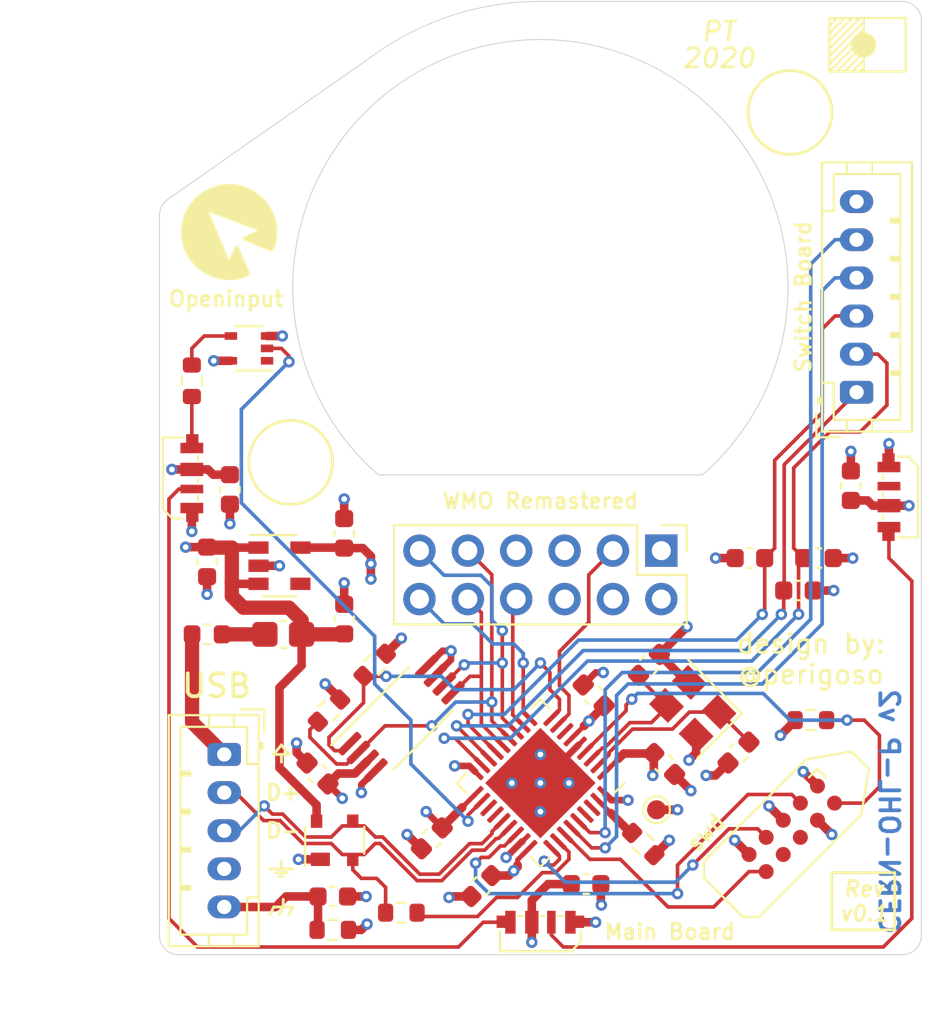
<source format=kicad_pcb>
(kicad_pcb (version 20171130) (host pcbnew 5.1.8)
  (layers (0 F.Cu signal) (1 In1.Cu signal) (2 In2.Cu signal) (31 B.Cu signal) (34 B.Paste user) (35 F.Paste user) (36 B.SilkS user) (37 F.SilkS user) (38 B.Mask user) (39 F.Mask user) (44 Edge.Cuts user))
  (net 0 "")
  (net 1 "Net-(C101-Pad2)")
  (net 2 GND)
  (net 3 +5V)
  (net 4 /HF_XTAL_P)
  (net 5 +3V3)
  (net 6 /HF_XTAL_N)
  (net 7 /BTN_L)
  (net 8 /BTN_R)
  (net 9 /BTN_M)
  (net 10 /USB_D_P)
  (net 11 "Net-(D102-Pad3)")
  (net 12 "Net-(D102-Pad1)")
  (net 13 "Net-(D103-Pad3)")
  (net 14 "Net-(D104-Pad3)")
  (net 15 /VBUS_FUSED)
  (net 16 /VBUS)
  (net 17 /~MCU_RESET)
  (net 18 "Net-(J102-Pad8)")
  (net 19 "Net-(J102-Pad7)")
  (net 20 /SWCLK)
  (net 21 /SWDIO)
  (net 22 /ENC_B)
  (net 23 /ENC_A)
  (net 24 /SENSOR_MOTION)
  (net 25 /EEPROM_SCLK)
  (net 26 /EEPROM_MOSI)
  (net 27 /EEPROM_MISO)
  (net 28 /~SENSOR_CS)
  (net 29 /~SENSOR_RESET)
  (net 30 "Net-(R101-Pad1)")
  (net 31 /~EEPROM_CS)
  (net 32 "Net-(R106-Pad2)")
  (net 33 "Net-(U101-Pad34)")
  (net 34 "Net-(U101-Pad33)")
  (net 35 "Net-(U101-Pad22)")
  (net 36 "Net-(U101-Pad7)")
  (net 37 "Net-(U103-Pad4)")
  (net 38 /LED_D)
  (net 39 /SWO)
  (net 40 "Net-(R107-Pad1)")
  (net 41 "Net-(U101-Pad21)")
  (net 42 /USB_D_N)
  (module MountingHole:MountingHole_2.2mm_M2 (layer F.Cu) (at 113.106397 90.822799)
    (fp_text reference REF** hide)
    (fp_text value MountingHole_2.2mm_M2 hide)
    (pad 1 np_thru_hole circle (at 0 0) (size 2.2 2.2) (drill 2.2) (layers *.Cu *.Mask))
  )
  (module MountingHole:MountingHole_2.2mm_M2 (layer F.Cu) (at 86.893501 109.177295)
    (fp_text reference REF** hide)
    (fp_text value MountingHole_2.2mm_M2 hide)
    (pad 1 np_thru_hole circle (at 0 0) (size 2.2 2.2) (drill 2.2) (layers *.Cu *.Mask))
  )
  (module Connector_PinHeader_2.54mm:PinHeader_2x06_P2.54mm_Vertical (layer F.Cu) (at 106.35 113.81 270)
    (fp_text reference J104 hide)
    (fp_text value Conn_02x06_Odd_Even hide)
    (pad 12 thru_hole oval (at 2.54 12.7 270) (size 1.7 1.7) (drill 1) (layers *.Cu *.Mask) (net 24 /SENSOR_MOTION))
    (pad 11 thru_hole oval (at 0 12.7 270) (size 1.7 1.7) (drill 1) (layers *.Cu *.Mask) (net 25 /EEPROM_SCLK))
    (pad 10 thru_hole oval (at 2.54 10.16 270) (size 1.7 1.7) (drill 1) (layers *.Cu *.Mask) (net 26 /EEPROM_MOSI))
    (pad 9 thru_hole oval (at 0 10.16 270) (size 1.7 1.7) (drill 1) (layers *.Cu *.Mask) (net 27 /EEPROM_MISO))
    (pad 8 thru_hole oval (at 2.54 7.62 270) (size 1.7 1.7) (drill 1) (layers *.Cu *.Mask) (net 28 /~SENSOR_CS))
    (pad 7 thru_hole oval (at 0 7.62 270) (size 1.7 1.7) (drill 1) (layers *.Cu *.Mask) (net 2 GND))
    (pad 6 thru_hole oval (at 2.54 5.08 270) (size 1.7 1.7) (drill 1) (layers *.Cu *.Mask) (net 2 GND))
    (pad 5 thru_hole oval (at 0 5.08 270) (size 1.7 1.7) (drill 1) (layers *.Cu *.Mask) (net 2 GND))
    (pad 4 thru_hole oval (at 2.54 2.54 270) (size 1.7 1.7) (drill 1) (layers *.Cu *.Mask) (net 2 GND))
    (pad 3 thru_hole oval (at 0 2.54 270) (size 1.7 1.7) (drill 1) (layers *.Cu *.Mask) (net 29 /~SENSOR_RESET))
    (pad 2 thru_hole oval (at 2.54 0 270) (size 1.7 1.7) (drill 1) (layers *.Cu *.Mask) (net 2 GND))
    (pad 1 thru_hole rect (at 0 0 270) (size 1.7 1.7) (drill 1) (layers *.Cu *.Mask) (net 5 +3V3))
  )
  (module local:SOT-143 (layer F.Cu) (at 89.2 129 90)
    (fp_text reference D101 hide)
    (fp_text value PRTR5V0U2X hide)
    (pad 4 smd rect (at 1 -0.95) (size 0.6 0.7) (layers F.Cu F.Paste F.Mask) (net 3 +5V))
    (pad 3 smd rect (at 1 0.95) (size 0.6 0.7) (layers F.Cu F.Paste F.Mask) (net 42 /USB_D_N))
    (pad 2 smd rect (at -1 0.95) (size 0.6 0.7) (layers F.Cu F.Paste F.Mask) (net 10 /USB_D_P))
    (pad 1 smd rect (at -1 -0.75) (size 1 0.7) (layers F.Cu F.Paste F.Mask) (net 2 GND))
  )
  (module Package_SO:TSSOP-8_4.4x3mm_P0.65mm (layer F.Cu) (at 92.7 122.6 45)
    (fp_text reference U102 hide)
    (fp_text value 25LCxxx hide)
    (pad 8 smd roundrect (at 2.8625 -0.975 45) (size 1.475 0.4) (layers F.Cu F.Paste F.Mask) (net 5 +3V3))
    (pad 7 smd roundrect (at 2.8625 -0.325 45) (size 1.475 0.4) (layers F.Cu F.Paste F.Mask) (net 5 +3V3))
    (pad 6 smd roundrect (at 2.8625 0.325 45) (size 1.475 0.4) (layers F.Cu F.Paste F.Mask) (net 25 /EEPROM_SCLK))
    (pad 5 smd roundrect (at 2.8625 0.975 45) (size 1.475 0.4) (layers F.Cu F.Paste F.Mask) (net 26 /EEPROM_MOSI))
    (pad 4 smd roundrect (at -2.8625 0.975 45) (size 1.475 0.4) (layers F.Cu F.Paste F.Mask) (net 2 GND))
    (pad 3 smd roundrect (at -2.8625 0.325 45) (size 1.475 0.4) (layers F.Cu F.Paste F.Mask) (net 5 +3V3))
    (pad 2 smd roundrect (at -2.8625 -0.325 45) (size 1.475 0.4) (layers F.Cu F.Paste F.Mask) (net 27 /EEPROM_MISO))
    (pad 1 smd roundrect (at -2.8625 -0.975 45) (size 1.475 0.4) (layers F.Cu F.Paste F.Mask) (net 31 /~EEPROM_CS))
  )
  (module Resistor_SMD:R_0603_1608Metric (layer F.Cu) (at 92.7 132.8 180)
    (fp_text reference R107 hide)
    (fp_text value 1.5k hide)
    (pad 2 smd roundrect (at 0.825 0 180) (size 0.8 0.95) (layers F.Cu F.Paste F.Mask) (net 10 /USB_D_P))
    (pad 1 smd roundrect (at -0.825 0 180) (size 0.8 0.95) (layers F.Cu F.Paste F.Mask) (net 40 "Net-(R107-Pad1)"))
  )
  (module Crystal:Crystal_SMD_3225-4Pin_3.2x2.5mm (layer F.Cu) (at 108 122.1 135)
    (fp_text reference Y101 hide)
    (fp_text value 12MHz hide)
    (pad 4 smd rect (at -1.1 -0.85 135) (size 1.4 1.2) (layers F.Cu F.Paste F.Mask) (net 2 GND))
    (pad 3 smd rect (at 1.1 -0.85 135) (size 1.4 1.2) (layers F.Cu F.Paste F.Mask) (net 6 /HF_XTAL_N))
    (pad 2 smd rect (at 1.1 0.85 135) (size 1.4 1.2) (layers F.Cu F.Paste F.Mask) (net 2 GND))
    (pad 1 smd rect (at -1.1 0.85 135) (size 1.4 1.2) (layers F.Cu F.Paste F.Mask) (net 4 /HF_XTAL_P))
  )
  (module Package_TO_SOT_SMD:SOT-353_SC-70-5 (layer F.Cu) (at 84.7 103.2 180)
    (fp_text reference U104 hide)
    (fp_text value 74LVC1G17 hide)
    (pad 5 smd rect (at 0.95 -0.65 180) (size 0.65 0.4) (layers F.Cu F.Paste F.Mask) (net 3 +5V))
    (pad 4 smd rect (at 0.95 0.65 180) (size 0.65 0.4) (layers F.Cu F.Paste F.Mask) (net 32 "Net-(R106-Pad2)"))
    (pad 2 smd rect (at -0.95 0 180) (size 0.65 0.4) (layers F.Cu F.Paste F.Mask) (net 38 /LED_D))
    (pad 3 smd rect (at -0.95 0.65 180) (size 0.65 0.4) (layers F.Cu F.Paste F.Mask) (net 2 GND))
    (pad 1 smd rect (at -0.95 -0.65 180) (size 0.65 0.4) (layers F.Cu F.Paste F.Mask))
  )
  (module Package_TO_SOT_SMD:SOT-23-5 (layer F.Cu) (at 86.3 114.6)
    (fp_text reference U103 hide)
    (fp_text value MIC5504-3.3YM5 hide)
    (pad 5 smd rect (at 1.1 -0.95) (size 1.06 0.65) (layers F.Cu F.Paste F.Mask) (net 5 +3V3))
    (pad 4 smd rect (at 1.1 0.95) (size 1.06 0.65) (layers F.Cu F.Paste F.Mask) (net 37 "Net-(U103-Pad4)"))
    (pad 3 smd rect (at -1.1 0.95) (size 1.06 0.65) (layers F.Cu F.Paste F.Mask) (net 3 +5V))
    (pad 2 smd rect (at -1.1 0) (size 1.06 0.65) (layers F.Cu F.Paste F.Mask) (net 2 GND))
    (pad 1 smd rect (at -1.1 -0.95) (size 1.06 0.65) (layers F.Cu F.Paste F.Mask) (net 3 +5V))
  )
  (module Package_DFN_QFN:QFN-36-1EP_6x6mm_P0.5mm_EP4.1x4.1mm (layer F.Cu) (at 100 126 225)
    (fp_text reference U101 hide)
    (fp_text value STM32F103T8Ux hide)
    (pad 37 smd rect (at 0 0 225) (size 4.1 4.1) (layers F.Cu F.Mask) (net 2 GND))
    (pad 36 smd roundrect (at -2 -2.8375 225) (size 0.25 1.075) (layers F.Cu F.Paste F.Mask) (net 2 GND))
    (pad 35 smd roundrect (at -1.5 -2.8375 225) (size 0.25 1.075) (layers F.Cu F.Paste F.Mask) (net 30 "Net-(R101-Pad1)"))
    (pad 34 smd roundrect (at -1 -2.8375 225) (size 0.25 1.075) (layers F.Cu F.Paste F.Mask) (net 33 "Net-(U101-Pad34)"))
    (pad 33 smd roundrect (at -0.5 -2.8375 225) (size 0.25 1.075) (layers F.Cu F.Paste F.Mask) (net 34 "Net-(U101-Pad33)"))
    (pad 32 smd roundrect (at 0 -2.8375 225) (size 0.25 1.075) (layers F.Cu F.Paste F.Mask) (net 22 /ENC_B))
    (pad 31 smd roundrect (at 0.5 -2.8375 225) (size 0.25 1.075) (layers F.Cu F.Paste F.Mask) (net 23 /ENC_A))
    (pad 30 smd roundrect (at 1 -2.8375 225) (size 0.25 1.075) (layers F.Cu F.Paste F.Mask) (net 39 /SWO))
    (pad 29 smd roundrect (at 1.5 -2.8375 225) (size 0.25 1.075) (layers F.Cu F.Paste F.Mask) (net 40 "Net-(R107-Pad1)"))
    (pad 28 smd roundrect (at 2 -2.8375 225) (size 0.25 1.075) (layers F.Cu F.Paste F.Mask) (net 20 /SWCLK))
    (pad 27 smd roundrect (at 2.8375 -2 225) (size 1.075 0.25) (layers F.Cu F.Paste F.Mask) (net 5 +3V3))
    (pad 26 smd roundrect (at 2.8375 -1.5 225) (size 1.075 0.25) (layers F.Cu F.Paste F.Mask) (net 2 GND))
    (pad 25 smd roundrect (at 2.8375 -1 225) (size 1.075 0.25) (layers F.Cu F.Paste F.Mask) (net 21 /SWDIO))
    (pad 24 smd roundrect (at 2.8375 -0.5 225) (size 1.075 0.25) (layers F.Cu F.Paste F.Mask) (net 10 /USB_D_P))
    (pad 23 smd roundrect (at 2.8375 0 225) (size 1.075 0.25) (layers F.Cu F.Paste F.Mask) (net 42 /USB_D_N))
    (pad 22 smd roundrect (at 2.8375 0.5 225) (size 1.075 0.25) (layers F.Cu F.Paste F.Mask) (net 35 "Net-(U101-Pad22)"))
    (pad 21 smd roundrect (at 2.8375 1 225) (size 1.075 0.25) (layers F.Cu F.Paste F.Mask) (net 41 "Net-(U101-Pad21)"))
    (pad 20 smd roundrect (at 2.8375 1.5 225) (size 1.075 0.25) (layers F.Cu F.Paste F.Mask) (net 38 /LED_D))
    (pad 19 smd roundrect (at 2.8375 2 225) (size 1.075 0.25) (layers F.Cu F.Paste F.Mask) (net 5 +3V3))
    (pad 18 smd roundrect (at 2 2.8375 225) (size 0.25 1.075) (layers F.Cu F.Paste F.Mask) (net 2 GND))
    (pad 17 smd roundrect (at 1.5 2.8375 225) (size 0.25 1.075) (layers F.Cu F.Paste F.Mask) (net 8 /BTN_R))
    (pad 16 smd roundrect (at 1 2.8375 225) (size 0.25 1.075) (layers F.Cu F.Paste F.Mask) (net 9 /BTN_M))
    (pad 15 smd roundrect (at 0.5 2.8375 225) (size 0.25 1.075) (layers F.Cu F.Paste F.Mask) (net 7 /BTN_L))
    (pad 14 smd roundrect (at 0 2.8375 225) (size 0.25 1.075) (layers F.Cu F.Paste F.Mask) (net 26 /EEPROM_MOSI))
    (pad 13 smd roundrect (at -0.5 2.8375 225) (size 0.25 1.075) (layers F.Cu F.Paste F.Mask) (net 27 /EEPROM_MISO))
    (pad 12 smd roundrect (at -1 2.8375 225) (size 0.25 1.075) (layers F.Cu F.Paste F.Mask) (net 25 /EEPROM_SCLK))
    (pad 11 smd roundrect (at -1.5 2.8375 225) (size 0.25 1.075) (layers F.Cu F.Paste F.Mask) (net 28 /~SENSOR_CS))
    (pad 10 smd roundrect (at -2 2.8375 225) (size 0.25 1.075) (layers F.Cu F.Paste F.Mask) (net 24 /SENSOR_MOTION))
    (pad 9 smd roundrect (at -2.8375 2 225) (size 1.075 0.25) (layers F.Cu F.Paste F.Mask) (net 31 /~EEPROM_CS))
    (pad 8 smd roundrect (at -2.8375 1.5 225) (size 1.075 0.25) (layers F.Cu F.Paste F.Mask) (net 29 /~SENSOR_RESET))
    (pad 7 smd roundrect (at -2.8375 1 225) (size 1.075 0.25) (layers F.Cu F.Paste F.Mask) (net 36 "Net-(U101-Pad7)"))
    (pad 6 smd roundrect (at -2.8375 0.5 225) (size 1.075 0.25) (layers F.Cu F.Paste F.Mask) (net 5 +3V3))
    (pad 5 smd roundrect (at -2.8375 0 225) (size 1.075 0.25) (layers F.Cu F.Paste F.Mask) (net 2 GND))
    (pad 4 smd roundrect (at -2.8375 -0.5 225) (size 1.075 0.25) (layers F.Cu F.Paste F.Mask) (net 17 /~MCU_RESET))
    (pad 3 smd roundrect (at -2.8375 -1 225) (size 1.075 0.25) (layers F.Cu F.Paste F.Mask) (net 6 /HF_XTAL_N))
    (pad 2 smd roundrect (at -2.8375 -1.5 225) (size 1.075 0.25) (layers F.Cu F.Paste F.Mask) (net 4 /HF_XTAL_P))
    (pad 1 smd roundrect (at -2.8375 -2 225) (size 1.075 0.25) (layers F.Cu F.Paste F.Mask) (net 5 +3V3))
  )
  (module TestPoint:TestPoint_Pad_D1.0mm (layer F.Cu) (at 106.1 127.4)
    (fp_text reference TP101 hide)
    (fp_text value 3V3 hide)
    (pad 1 smd circle (at 0 0) (size 1 1) (layers F.Cu F.Mask) (net 5 +3V3))
  )
  (module Resistor_SMD:R_0603_1608Metric (layer F.Cu) (at 81.7 104.9 90)
    (fp_text reference R106 hide)
    (fp_text value 100 hide)
    (pad 2 smd roundrect (at 0.825 0 90) (size 0.8 0.95) (layers F.Cu F.Paste F.Mask) (net 32 "Net-(R106-Pad2)"))
    (pad 1 smd roundrect (at -0.825 0 90) (size 0.8 0.95) (layers F.Cu F.Paste F.Mask) (net 12 "Net-(D102-Pad1)"))
  )
  (module Resistor_SMD:R_0603_1608Metric (layer F.Cu) (at 88.9 122.2 45)
    (fp_text reference R105 hide)
    (fp_text value 100k hide)
    (pad 2 smd roundrect (at 0.825 0 45) (size 0.8 0.95) (layers F.Cu F.Paste F.Mask) (net 2 GND))
    (pad 1 smd roundrect (at -0.825 0 45) (size 0.8 0.95) (layers F.Cu F.Paste F.Mask) (net 27 /EEPROM_MISO))
  )
  (module Resistor_SMD:R_0603_1608Metric (layer F.Cu) (at 91.3 119.8 225)
    (fp_text reference R104 hide)
    (fp_text value 100k hide)
    (pad 2 smd roundrect (at 0.825 0 225) (size 0.8 0.95) (layers F.Cu F.Paste F.Mask) (net 31 /~EEPROM_CS))
    (pad 1 smd roundrect (at -0.825 0 225) (size 0.8 0.95) (layers F.Cu F.Paste F.Mask) (net 5 +3V3))
  )
  (module Resistor_SMD:R_0603_1608Metric (layer F.Cu) (at 89.1 133.7)
    (fp_text reference R103 hide)
    (fp_text value 1M hide)
    (pad 2 smd roundrect (at 0.825 0) (size 0.8 0.95) (layers F.Cu F.Paste F.Mask) (net 2 GND))
    (pad 1 smd roundrect (at -0.825 0) (size 0.8 0.95) (layers F.Cu F.Paste F.Mask) (net 1 "Net-(C101-Pad2)"))
  )
  (module Resistor_SMD:R_0603_1608Metric (layer F.Cu) (at 114.2 122.7 180)
    (fp_text reference R102 hide)
    (fp_text value 10k hide)
    (pad 2 smd roundrect (at 0.825 0 180) (size 0.8 0.95) (layers F.Cu F.Paste F.Mask) (net 5 +3V3))
    (pad 1 smd roundrect (at -0.825 0 180) (size 0.8 0.95) (layers F.Cu F.Paste F.Mask) (net 17 /~MCU_RESET))
  )
  (module Resistor_SMD:R_0603_1608Metric (layer F.Cu) (at 105.4 129.2 315)
    (fp_text reference R101 hide)
    (fp_text value 10k hide)
    (pad 2 smd roundrect (at 0.825 0 315) (size 0.8 0.95) (layers F.Cu F.Paste F.Mask) (net 2 GND))
    (pad 1 smd roundrect (at -0.825 0 315) (size 0.8 0.95) (layers F.Cu F.Paste F.Mask) (net 30 "Net-(R101-Pad1)"))
  )
  (module Connector_JST:JST_PH_B6B-PH-K_1x06_P2.00mm_Vertical (layer F.Cu) (at 116.6 105.5 90)
    (fp_text reference J103 hide)
    (fp_text value Conn_01x06 hide)
    (pad 6 thru_hole oval (at 10 0 90) (size 1.2 1.75) (drill 0.75) (layers *.Cu *.Mask) (net 2 GND))
    (pad 5 thru_hole oval (at 8 0 90) (size 1.2 1.75) (drill 0.75) (layers *.Cu *.Mask) (net 22 /ENC_B))
    (pad 4 thru_hole oval (at 6 0 90) (size 1.2 1.75) (drill 0.75) (layers *.Cu *.Mask) (net 23 /ENC_A))
    (pad 3 thru_hole oval (at 4 0 90) (size 1.2 1.75) (drill 0.75) (layers *.Cu *.Mask) (net 7 /BTN_L))
    (pad 2 thru_hole oval (at 2 0 90) (size 1.2 1.75) (drill 0.75) (layers *.Cu *.Mask) (net 8 /BTN_R))
    (pad 1 thru_hole roundrect (at 0 0 90) (size 1.2 1.75) (drill 0.75) (layers *.Cu *.Mask) (roundrect_rratio 0.2083325) (net 9 /BTN_M))
  )
  (module Connector:Tag-Connect_TC2050-IDC-NL_2x05_P1.27mm_Vertical (layer F.Cu) (at 113.2 128.4 225)
    (fp_text reference J102 hide)
    (fp_text value Conn_ARM_JTAG_SWD_10 hide)
    (pad 10 connect circle (at -2.54 -0.635 225) (size 0.7874 0.7874) (layers F.Cu F.Mask) (net 17 /~MCU_RESET))
    (pad 9 connect circle (at -1.27 -0.635 225) (size 0.7874 0.7874) (layers F.Cu F.Mask) (net 2 GND))
    (pad 8 connect circle (at 0 -0.635 225) (size 0.7874 0.7874) (layers F.Cu F.Mask) (net 18 "Net-(J102-Pad8)"))
    (pad 7 connect circle (at 1.27 -0.635 225) (size 0.7874 0.7874) (layers F.Cu F.Mask) (net 19 "Net-(J102-Pad7)"))
    (pad 6 connect circle (at 2.54 -0.635 225) (size 0.7874 0.7874) (layers F.Cu F.Mask) (net 39 /SWO))
    (pad 5 connect circle (at 2.54 0.635 225) (size 0.7874 0.7874) (layers F.Cu F.Mask) (net 2 GND))
    (pad 4 connect circle (at 1.27 0.635 225) (size 0.7874 0.7874) (layers F.Cu F.Mask) (net 20 /SWCLK))
    (pad 3 connect circle (at 0 0.635 225) (size 0.7874 0.7874) (layers F.Cu F.Mask) (net 2 GND))
    (pad 2 connect circle (at -1.27 0.635 225) (size 0.7874 0.7874) (layers F.Cu F.Mask) (net 21 /SWDIO))
    (pad 1 connect circle (at -2.54 0.635 225) (size 0.7874 0.7874) (layers F.Cu F.Mask) (net 5 +3V3))
    (pad "" np_thru_hole circle (at -3.81 0 225) (size 0.9906 0.9906) (drill 0.9906) (layers *.Cu *.Mask))
    (pad "" np_thru_hole circle (at 3.81 1.016 225) (size 0.9906 0.9906) (drill 0.9906) (layers *.Cu *.Mask))
    (pad "" np_thru_hole circle (at 3.81 -1.016 225) (size 0.9906 0.9906) (drill 0.9906) (layers *.Cu *.Mask))
  )
  (module Connector_JST:JST_PH_B5B-PH-K_1x05_P2.00mm_Vertical (layer F.Cu) (at 83.4 124.5 270)
    (fp_text reference J101 hide)
    (fp_text value Conn_01x05 hide)
    (pad 5 thru_hole oval (at 8 0 270) (size 1.2 1.75) (drill 0.75) (layers *.Cu *.Mask) (net 1 "Net-(C101-Pad2)"))
    (pad 4 thru_hole oval (at 6 0 270) (size 1.2 1.75) (drill 0.75) (layers *.Cu *.Mask) (net 2 GND))
    (pad 3 thru_hole oval (at 4 0 270) (size 1.2 1.75) (drill 0.75) (layers *.Cu *.Mask) (net 42 /USB_D_N))
    (pad 2 thru_hole oval (at 2 0 270) (size 1.2 1.75) (drill 0.75) (layers *.Cu *.Mask) (net 10 /USB_D_P))
    (pad 1 thru_hole roundrect (at 0 0 270) (size 1.2 1.75) (drill 0.75) (layers *.Cu *.Mask) (roundrect_rratio 0.2083325) (net 16 /VBUS))
  )
  (module Inductor_SMD:L_0603_1608Metric (layer F.Cu) (at 82.5 118.2 180)
    (fp_text reference FB101 hide)
    (fp_text value ~ hide)
    (pad 2 smd roundrect (at 0.7875 0 180) (size 0.875 0.95) (layers F.Cu F.Paste F.Mask) (net 16 /VBUS))
    (pad 1 smd roundrect (at -0.7875 0 180) (size 0.875 0.95) (layers F.Cu F.Paste F.Mask) (net 15 /VBUS_FUSED))
  )
  (module Fuse:Fuse_0805_2012Metric_Castellated (layer F.Cu) (at 86.5 118.2 180)
    (fp_text reference F101 hide)
    (fp_text value 500mA hide)
    (pad 2 smd roundrect (at 0.9625 0 180) (size 1.325 1.3) (layers F.Cu F.Paste F.Mask) (roundrect_rratio 0.1923069230769231) (net 15 /VBUS_FUSED))
    (pad 1 smd roundrect (at -0.9625 0 180) (size 1.325 1.3) (layers F.Cu F.Paste F.Mask) (roundrect_rratio 0.1923069230769231) (net 3 +5V))
  )
  (module add_led:SK6812_SIDE (layer F.Cu) (at 118.9 111 90)
    (fp_text reference D104 hide)
    (fp_text value SK6812_SIDE hide)
    (pad 3 smd rect (at 0.575 -0.6 90) (size 0.45 1.2) (layers F.Cu F.Paste F.Mask) (net 14 "Net-(D104-Pad3)"))
    (pad 2 smd rect (at -0.45 -0.6 90) (size 0.7 1.2) (layers F.Cu F.Paste F.Mask) (net 3 +5V))
    (pad 4 smd custom (at 1.575 -0.6 90) (size 0.55 1.2) (layers F.Cu F.Paste F.Mask) (net 2 GND) (options (clearance outline) (anchor rect)) (primitives (gr_poly (pts (xy 0.725 -0.35) (xy 0.725 0.3) (xy 0.275 0.3) (xy 0.275 -0.35)) (width 0))))
    (pad 1 smd custom (at -1.575 -0.6 90) (size 0.55 1.2) (layers F.Cu F.Paste F.Mask) (net 13 "Net-(D103-Pad3)") (options (clearance outline) (anchor rect)) (primitives (gr_poly (pts (xy -0.275 -0.35) (xy -0.275 0.3) (xy -0.725 0.3) (xy -0.725 -0.35)) (width 0))))
  )
  (module add_led:SK6812_SIDE (layer F.Cu) (at 100 133.9)
    (fp_text reference D103 hide)
    (fp_text value SK6812_SIDE hide)
    (pad 3 smd rect (at 0.575 -0.6) (size 0.45 1.2) (layers F.Cu F.Paste F.Mask) (net 13 "Net-(D103-Pad3)"))
    (pad 2 smd rect (at -0.45 -0.6) (size 0.7 1.2) (layers F.Cu F.Paste F.Mask) (net 3 +5V))
    (pad 4 smd custom (at 1.575 -0.6) (size 0.55 1.2) (layers F.Cu F.Paste F.Mask) (net 2 GND) (options (clearance outline) (anchor rect)) (primitives (gr_poly (pts (xy 0.725 -0.35) (xy 0.725 0.3) (xy 0.275 0.3) (xy 0.275 -0.35)) (width 0))))
    (pad 1 smd custom (at -1.575 -0.6) (size 0.55 1.2) (layers F.Cu F.Paste F.Mask) (net 11 "Net-(D102-Pad3)") (options (clearance outline) (anchor rect)) (primitives (gr_poly (pts (xy -0.275 -0.35) (xy -0.275 0.3) (xy -0.725 0.3) (xy -0.725 -0.35)) (width 0))))
  )
  (module add_led:SK6812_SIDE (layer F.Cu) (at 81.1 110 270)
    (fp_text reference D102 hide)
    (fp_text value SK6812_SIDE hide)
    (pad 3 smd rect (at 0.575 -0.6 270) (size 0.45 1.2) (layers F.Cu F.Paste F.Mask) (net 11 "Net-(D102-Pad3)"))
    (pad 2 smd rect (at -0.45 -0.6 270) (size 0.7 1.2) (layers F.Cu F.Paste F.Mask) (net 3 +5V))
    (pad 4 smd custom (at 1.575 -0.6 270) (size 0.55 1.2) (layers F.Cu F.Paste F.Mask) (net 2 GND) (options (clearance outline) (anchor rect)) (primitives (gr_poly (pts (xy 0.725 -0.35) (xy 0.725 0.3) (xy 0.275 0.3) (xy 0.275 -0.35)) (width 0))))
    (pad 1 smd custom (at -1.575 -0.6 270) (size 0.55 1.2) (layers F.Cu F.Paste F.Mask) (net 12 "Net-(D102-Pad1)") (options (clearance outline) (anchor rect)) (primitives (gr_poly (pts (xy -0.275 -0.35) (xy -0.275 0.3) (xy -0.725 0.3) (xy -0.725 -0.35)) (width 0))))
  )
  (module Capacitor_SMD:C_0603_1608Metric (layer F.Cu) (at 116.3 110.4 270)
    (fp_text reference C117 hide)
    (fp_text value 100nF hide)
    (pad 2 smd roundrect (at 0.775 0 270) (size 0.9 0.95) (layers F.Cu F.Paste F.Mask) (net 3 +5V))
    (pad 1 smd roundrect (at -0.775 0 270) (size 0.9 0.95) (layers F.Cu F.Paste F.Mask) (net 2 GND))
  )
  (module Capacitor_SMD:C_0603_1608Metric (layer F.Cu) (at 113.55 115.9)
    (fp_text reference C116 hide)
    (fp_text value 100nF hide)
    (pad 2 smd roundrect (at 0.775 0) (size 0.9 0.95) (layers F.Cu F.Paste F.Mask) (net 2 GND))
    (pad 1 smd roundrect (at -0.775 0) (size 0.9 0.95) (layers F.Cu F.Paste F.Mask) (net 9 /BTN_M))
  )
  (module Capacitor_SMD:C_0603_1608Metric (layer F.Cu) (at 102.4 131.3 180)
    (fp_text reference C115 hide)
    (fp_text value 100nF hide)
    (pad 2 smd roundrect (at 0.775 0 180) (size 0.9 0.95) (layers F.Cu F.Paste F.Mask) (net 3 +5V))
    (pad 1 smd roundrect (at -0.775 0 180) (size 0.9 0.95) (layers F.Cu F.Paste F.Mask) (net 2 GND))
  )
  (module Capacitor_SMD:C_0603_1608Metric (layer F.Cu) (at 114.6 114.2)
    (fp_text reference C114 hide)
    (fp_text value 100nF hide)
    (pad 2 smd roundrect (at 0.775 0) (size 0.9 0.95) (layers F.Cu F.Paste F.Mask) (net 2 GND))
    (pad 1 smd roundrect (at -0.775 0) (size 0.9 0.95) (layers F.Cu F.Paste F.Mask) (net 8 /BTN_R))
  )
  (module Capacitor_SMD:C_0603_1608Metric (layer F.Cu) (at 111 114.2 180)
    (fp_text reference C113 hide)
    (fp_text value 100nF hide)
    (pad 2 smd roundrect (at 0.775 0 180) (size 0.9 0.95) (layers F.Cu F.Paste F.Mask) (net 2 GND))
    (pad 1 smd roundrect (at -0.775 0 180) (size 0.9 0.95) (layers F.Cu F.Paste F.Mask) (net 7 /BTN_L))
  )
  (module Capacitor_SMD:C_0603_1608Metric (layer F.Cu) (at 83.7 110.6 90)
    (fp_text reference C112 hide)
    (fp_text value 100nF hide)
    (pad 2 smd roundrect (at 0.775 0 90) (size 0.9 0.95) (layers F.Cu F.Paste F.Mask) (net 3 +5V))
    (pad 1 smd roundrect (at -0.775 0 90) (size 0.9 0.95) (layers F.Cu F.Paste F.Mask) (net 2 GND))
  )
  (module Capacitor_SMD:C_0603_1608Metric (layer F.Cu) (at 89.7 112.9 90)
    (fp_text reference C111 hide)
    (fp_text value 100nF hide)
    (pad 2 smd roundrect (at 0.775 0 90) (size 0.9 0.95) (layers F.Cu F.Paste F.Mask) (net 2 GND))
    (pad 1 smd roundrect (at -0.775 0 90) (size 0.9 0.95) (layers F.Cu F.Paste F.Mask) (net 5 +3V3))
  )
  (module Capacitor_SMD:C_0603_1608Metric (layer F.Cu) (at 94.3 128.9 45)
    (fp_text reference C110 hide)
    (fp_text value 100nF hide)
    (pad 2 smd roundrect (at 0.775 0 45) (size 0.9 0.95) (layers F.Cu F.Paste F.Mask) (net 5 +3V3))
    (pad 1 smd roundrect (at -0.775 0 45) (size 0.9 0.95) (layers F.Cu F.Paste F.Mask) (net 2 GND))
  )
  (module Capacitor_SMD:C_0603_1608Metric (layer F.Cu) (at 88.3 125.5 315)
    (fp_text reference C109 hide)
    (fp_text value 100nF hide)
    (pad 2 smd roundrect (at 0.775 0 315) (size 0.9 0.95) (layers F.Cu F.Paste F.Mask) (net 5 +3V3))
    (pad 1 smd roundrect (at -0.775 0 315) (size 0.9 0.95) (layers F.Cu F.Paste F.Mask) (net 2 GND))
  )
  (module Capacitor_SMD:C_0603_1608Metric (layer F.Cu) (at 106.5 125 135)
    (fp_text reference C108 hide)
    (fp_text value 100nF hide)
    (pad 2 smd roundrect (at 0.775 0 135) (size 0.9 0.95) (layers F.Cu F.Paste F.Mask) (net 5 +3V3))
    (pad 1 smd roundrect (at -0.775 0 135) (size 0.9 0.95) (layers F.Cu F.Paste F.Mask) (net 2 GND))
  )
  (module Capacitor_SMD:C_0603_1608Metric (layer F.Cu) (at 105.7 119.8 225)
    (fp_text reference C107 hide)
    (fp_text value 12pF hide)
    (pad 2 smd roundrect (at 0.775 0 225) (size 0.9 0.95) (layers F.Cu F.Paste F.Mask) (net 6 /HF_XTAL_N))
    (pad 1 smd roundrect (at -0.775 0 225) (size 0.9 0.95) (layers F.Cu F.Paste F.Mask) (net 2 GND))
  )
  (module Capacitor_SMD:C_0603_1608Metric (layer F.Cu) (at 82.5 114.4 90)
    (fp_text reference C106 hide)
    (fp_text value 100nF hide)
    (pad 2 smd roundrect (at 0.775 0 90) (size 0.9 0.95) (layers F.Cu F.Paste F.Mask) (net 3 +5V))
    (pad 1 smd roundrect (at -0.775 0 90) (size 0.9 0.95) (layers F.Cu F.Paste F.Mask) (net 2 GND))
  )
  (module Capacitor_SMD:C_0603_1608Metric (layer F.Cu) (at 102.8 121.4 315)
    (fp_text reference C105 hide)
    (fp_text value 100nF hide)
    (pad 2 smd roundrect (at 0.775 0 315) (size 0.9 0.95) (layers F.Cu F.Paste F.Mask) (net 5 +3V3))
    (pad 1 smd roundrect (at -0.775 0 315) (size 0.9 0.95) (layers F.Cu F.Paste F.Mask) (net 2 GND))
  )
  (module Capacitor_SMD:C_0603_1608Metric (layer F.Cu) (at 96.9 131.4 45)
    (fp_text reference C104 hide)
    (fp_text value 100nF hide)
    (pad 2 smd roundrect (at 0.775 0 45) (size 0.9 0.95) (layers F.Cu F.Paste F.Mask) (net 5 +3V3))
    (pad 1 smd roundrect (at -0.775 0 45) (size 0.9 0.95) (layers F.Cu F.Paste F.Mask) (net 2 GND))
  )
  (module Capacitor_SMD:C_0603_1608Metric (layer F.Cu) (at 110.4 124.4 45)
    (fp_text reference C103 hide)
    (fp_text value 12pF hide)
    (pad 2 smd roundrect (at 0.775 0 45) (size 0.9 0.95) (layers F.Cu F.Paste F.Mask) (net 4 /HF_XTAL_P))
    (pad 1 smd roundrect (at -0.775 0 45) (size 0.9 0.95) (layers F.Cu F.Paste F.Mask) (net 2 GND))
  )
  (module Capacitor_SMD:C_0603_1608Metric (layer F.Cu) (at 89.7 117.4 270)
    (fp_text reference C102 hide)
    (fp_text value 10uF hide)
    (pad 2 smd roundrect (at 0.775 0 270) (size 0.9 0.95) (layers F.Cu F.Paste F.Mask) (net 3 +5V))
    (pad 1 smd roundrect (at -0.775 0 270) (size 0.9 0.95) (layers F.Cu F.Paste F.Mask) (net 2 GND))
  )
  (module Capacitor_SMD:C_0603_1608Metric (layer F.Cu) (at 89.1 131.95 180)
    (fp_text reference C101 hide)
    (fp_text value 100nF hide)
    (pad 2 smd roundrect (at 0.775 0 180) (size 0.9 0.95) (layers F.Cu F.Paste F.Mask) (net 1 "Net-(C101-Pad2)"))
    (pad 1 smd roundrect (at -0.775 0 180) (size 0.9 0.95) (layers F.Cu F.Paste F.Mask) (net 2 GND))
  )
  (gr_text "Main Board" (at 106.8 133.8) (layer F.SilkS) (effects (font (size 0.8 0.8))))
  (gr_text "CERN-OHL-P v2" (at 118.3 127.5 270) (layer B.Cu) (effects (font (size 1 1) (thickness 0.2)) (justify mirror)))
  (gr_text "design by:\n@perigoso" (at 114.2 119.5) (layer F.SilkS) (effects (font (size 1 1))))
  (gr_text swd (at 108.7 128.6 45) (layer F.SilkS) (effects (font (size 0.8 0.8))))
  (gr_line (start 86.4 124) (end 86.8 124.5) (layer F.SilkS) (width 0.15))
  (gr_line (start 86 124.5) (end 86.4 124) (layer F.SilkS) (width 0.15))
  (gr_line (start 86.8 124.5) (end 86 124.5) (layer F.SilkS) (width 0.15))
  (gr_line (start 86.4 124.9) (end 86.4 124.5) (layer F.SilkS) (width 0.15))
  (gr_line (start 86.5 132.5) (end 86.3 132.9) (layer F.SilkS) (width 0.15))
  (gr_line (start 86 132.5) (end 85.8 132.9) (layer F.SilkS) (width 0.15))
  (gr_line (start 87 132.5) (end 86.8 132.9) (layer F.SilkS) (width 0.15))
  (gr_line (start 86.5 132.1) (end 86.5 132.5) (layer F.SilkS) (width 0.15))
  (gr_line (start 86 132.5) (end 87 132.5) (layer F.SilkS) (width 0.15))
  (gr_line (start 86.3 130.9) (end 86.5 130.9) (layer F.SilkS) (width 0.15))
  (gr_line (start 86.1 130.7) (end 86.7 130.7) (layer F.SilkS) (width 0.15))
  (gr_line (start 85.8 130.5) (end 87 130.5) (layer F.SilkS) (width 0.15))
  (gr_line (start 86.4 130.1) (end 86.4 130.5) (layer F.SilkS) (width 0.15))
  (gr_text D+ (at 86.5 126.5) (layer F.SilkS) (effects (font (size 0.8 0.8))))
  (gr_text D- (at 86.5 128.5) (layer F.SilkS) (effects (font (size 0.8 0.8))))
  (gr_text "Switch Board" (at 113.8 100.5 90) (layer F.SilkS) (effects (font (size 0.8 0.8))))
  (gr_text USB (at 83 120.9) (layer F.SilkS) (effects (font (size 1.2 1.2) (thickness 0.2))))
  (gr_line (start 115.3 133.7) (end 115.3 130.7) (layer F.SilkS) (width 0.15))
  (gr_line (start 118.6 133.7) (end 115.3 133.7) (layer F.SilkS) (width 0.15))
  (gr_line (start 118.6 130.7) (end 118.6 133.7) (layer F.SilkS) (width 0.15))
  (gr_line (start 115.3 130.7) (end 118.6 130.7) (layer F.SilkS) (width 0.15))
  (gr_text "Rev\nv0.1" (at 117 132.2) (layer F.SilkS) (effects (font (size 0.8 0.8) (thickness 0.15) italic)))
  (gr_line (start 116.375 87.475) (end 115.175002 88.675) (layer F.SilkS) (width 0.12))
  (gr_text 2020 (at 109.375 87.975) (layer F.SilkS) (effects (font (size 1 1) (thickness 0.15) italic)))
  (gr_line (start 116.425 87.025) (end 115.175 88.275001) (layer F.SilkS) (width 0.12))
  (gr_poly (pts (xy 117.275 86.775) (xy 117.425 86.925) (xy 117.525 87.175) (xy 117.525 87.425) (xy 117.374999 87.675) (xy 117.075 87.825) (xy 116.825001 87.825) (xy 116.575 87.675001) (xy 116.425002 87.425001) (xy 116.425 87.175) (xy 116.525001 86.925) (xy 116.725 86.774999) (xy 116.925 86.675) (xy 117.125 86.725)) (layer F.SilkS) (width 0.1))
  (gr_line (start 115.175002 88.675) (end 115.175002 85.875001) (layer F.SilkS) (width 0.12))
  (gr_line (start 116.975001 85.875) (end 116.975 86.674999) (layer F.SilkS) (width 0.12))
  (gr_line (start 116.775 87.874999) (end 115.975 88.675) (layer F.SilkS) (width 0.12))
  (gr_line (start 116.975001 86.475) (end 116.725 86.725001) (layer F.SilkS) (width 0.12))
  (gr_line (start 116.525 87.725002) (end 115.575001 88.675) (layer F.SilkS) (width 0.12))
  (gr_text PT (at 109.375 86.575) (layer F.SilkS) (effects (font (size 1 1) (thickness 0.15) italic)))
  (gr_line (start 116.375 85.874999) (end 115.175001 87.075) (layer F.SilkS) (width 0.12))
  (gr_circle (center 116.975001 87.275001) (end 116.975 86.674999) (layer F.SilkS) (width 0.12))
  (gr_line (start 116.975 88.675) (end 116.975001 87.875001) (layer F.SilkS) (width 0.12))
  (gr_line (start 119.175 88.675) (end 115.175002 88.675) (layer F.SilkS) (width 0.12))
  (gr_line (start 119.175 85.874999) (end 119.175 88.675) (layer F.SilkS) (width 0.12))
  (gr_line (start 115.975 85.875) (end 115.175 86.675) (layer F.SilkS) (width 0.12))
  (gr_line (start 116.775 85.874999) (end 115.175 87.475) (layer F.SilkS) (width 0.12))
  (gr_line (start 116.975 88.075) (end 116.375 88.675) (layer F.SilkS) (width 0.12))
  (gr_line (start 115.175002 85.875001) (end 119.175 85.874999) (layer F.SilkS) (width 0.12))
  (gr_line (start 116.975 88.475001) (end 116.775 88.674999) (layer F.SilkS) (width 0.12))
  (gr_line (start 116.975 86.074999) (end 115.175 87.874999) (layer F.SilkS) (width 0.12))
  (gr_line (start 115.575 85.875001) (end 115.175 86.275001) (layer F.SilkS) (width 0.12))
  (gr_text Openinput (at 83.5 100.6) (layer F.SilkS) (effects (font (size 0.8 0.8))))
  (gr_poly (pts (xy 84.443054 97.445539) (xy 84.980591 97.178463) (xy 85.153262 97.092145) (xy 85.347951 96.992912) (xy 82.451191 95.907644) (xy 82.905694 96.981982) (xy 83.3 97.919709) (xy 83.651166 98.7643) (xy 83.713523 98.635121) (xy 83.769032 98.517429) (xy 83.866363 98.303374) (xy 83.956872 98.095872) (xy 84.054274 97.868656) (xy 84.684545 99.283187) (xy 84.61867 99.321376) (xy 84.549874 99.35666) (xy 84.404196 99.418349) (xy 84.248864 99.467913) (xy 84.085232 99.505013) (xy 83.914652 99.52931) (xy 83.738479 99.540465) (xy 83.558064 99.538139) (xy 83.374763 99.521993) (xy 83.189927 99.491688) (xy 83.00491 99.446883) (xy 82.821066 99.387241) (xy 82.730006 99.35175) (xy 82.639747 99.312422) (xy 82.550458 99.269216) (xy 82.462307 99.222087) (xy 82.375464 99.170995) (xy 82.290099 99.115897) (xy 82.20638 99.05675) (xy 82.124476 98.993512) (xy 82.044558 98.926141) (xy 81.966793 98.854594) (xy 81.878758 98.765635) (xy 81.796187 98.673363) (xy 81.719085 98.577989) (xy 81.647462 98.479725) (xy 81.581326 98.378785) (xy 81.520684 98.27538) (xy 81.465544 98.169722) (xy 81.415914 98.062024) (xy 81.371802 97.952498) (xy 81.333216 97.841356) (xy 81.300165 97.728809) (xy 81.272655 97.615072) (xy 81.250695 97.500355) (xy 81.234293 97.384871) (xy 81.223457 97.268831) (xy 81.218195 97.152449) (xy 81.218514 97.035937) (xy 81.224423 96.919506) (xy 81.23593 96.803369) (xy 81.253042 96.687738) (xy 81.275767 96.572825) (xy 81.304114 96.458843) (xy 81.338091 96.346004) (xy 81.377704 96.234519) (xy 81.422963 96.124602) (xy 81.473875 96.016463) (xy 81.530448 95.910317) (xy 81.592691 95.806374) (xy 81.66061 95.704847) (xy 81.734214 95.605948) (xy 81.813511 95.509889) (xy 81.89851 95.416883) (xy 81.988105 95.328225) (xy 82.081043 95.245075) (xy 82.177106 95.167436) (xy 82.276079 95.095313) (xy 82.377743 95.028713) (xy 82.481882 94.967639) (xy 82.58828 94.912098) (xy 82.69672 94.862093) (xy 82.806984 94.817631) (xy 82.918857 94.778715) (xy 83.032122 94.745352) (xy 83.146561 94.717546) (xy 83.261958 94.695302) (xy 83.378096 94.678626) (xy 83.494759 94.667522) (xy 83.61173 94.661995) (xy 83.728792 94.662051) (xy 83.845728 94.667695) (xy 83.962321 94.678931) (xy 84.078355 94.695765) (xy 84.193613 94.718201) (xy 84.307878 94.746246) (xy 84.420934 94.779903) (xy 84.532564 94.819178) (xy 84.64255 94.864076) (xy 84.750677 94.914602) (xy 84.856727 94.970762) (xy 84.960484 95.032559) (xy 85.06173 95.1) (xy 85.16025 95.173088) (xy 85.255827 95.25183) (xy 85.348243 95.336231) (xy 85.423962 95.412164) (xy 85.495497 95.49027) (xy 85.562886 95.570386) (xy 85.626166 95.652352) (xy 85.685374 95.736007) (xy 85.740547 95.821189) (xy 85.791723 95.907738) (xy 85.838939 95.995492) (xy 85.921639 96.173971) (xy 85.988946 96.355337) (xy 86.041156 96.538301) (xy 86.078569 96.721575) (xy 86.101481 96.903868) (xy 86.11019 97.083892) (xy 86.104995 97.260358) (xy 86.086193 97.431976) (xy 86.054082 97.597457) (xy 86.00896 97.755513) (xy 85.951124 97.904853) (xy 85.880873 98.04419) (xy 84.443054 97.445539)) (layer F.SilkS) (width 0.166324))
  (gr_text "WMO Remastered" (at 100 111.2) (layer F.SilkS) (effects (font (size 0.8 0.8))))
  (gr_circle (center 113.106397 90.822799) (end 115.306397 90.822799) (layer F.SilkS) (width 0.15))
  (gr_circle (center 86.893501 109.177295) (end 89.093501 109.177295) (layer F.SilkS) (width 0.15))
  (gr_arc (start 119.000005 86) (end 119.999999 86.000003) (angle -90.00051566) (layer Edge.Cuts) (width 0.05))
  (gr_arc (start 100.000005 100.000004) (end 100 85.000005) (angle -34.99994716) (layer Edge.Cuts) (width 0.05))
  (gr_arc (start 81.000005 96.2131) (end 80.426408 95.393903) (angle -55.00049817) (layer Edge.Cuts) (width 0.05))
  (gr_arc (start 81.000005 134.000004) (end 80.000004 134.000004) (angle -89.9999427) (layer Edge.Cuts) (width 0.05))
  (gr_arc (start 119 134) (end 119 135.000004) (angle -89.99977082) (layer Edge.Cuts) (width 0.05))
  (gr_arc (start 100 100) (end 108.499999 109.836157) (angle -278.3355672) (layer Edge.Cuts) (width 0.05))
  (gr_line (start 100 85.000004) (end 119 85.000004) (layer Edge.Cuts) (width 0.05))
  (gr_line (start 120 86.000004) (end 120 134.000004) (layer Edge.Cuts) (width 0.05))
  (gr_line (start 81.000004 135.000004) (end 119 135.000004) (layer Edge.Cuts) (width 0.05))
  (gr_line (start 80.000004 96.2131) (end 80.000004 134.000004) (layer Edge.Cuts) (width 0.05))
  (gr_line (start 91.396355 87.712703) (end 80.426407 95.393902) (layer Edge.Cuts) (width 0.05))
  (gr_line (start 91.5 109.836158) (end 108.5 109.836158) (layer Edge.Cuts) (width 0.05))
  (segment (start 88.325 133.65) (end 88.275 133.7) (width 0.45) (layer F.Cu) (net 1))
  (segment (start 88.325 131.95) (end 88.325 133.65) (width 0.45) (layer F.Cu) (net 1))
  (segment (start 86.65 131.95) (end 88.325 131.95) (width 0.45) (layer F.Cu) (net 1))
  (segment (start 86.1 132.5) (end 86.65 131.95) (width 0.45) (layer F.Cu) (net 1))
  (segment (start 83.4 132.5) (end 86.1 132.5) (width 0.45) (layer F.Cu) (net 1))
  (via (at 98.5 126) (size 0.6) (drill 0.3) (layers F.Cu B.Cu) (net 2))
  (via (at 100 127.5) (size 0.6) (drill 0.3) (layers F.Cu B.Cu) (net 2))
  (via (at 101.5 126) (size 0.6) (drill 0.3) (layers F.Cu B.Cu) (net 2))
  (via (at 100 124.5) (size 0.6) (drill 0.3) (layers F.Cu B.Cu) (net 2))
  (via (at 100 126) (size 0.6) (drill 0.3) (layers F.Cu B.Cu) (net 2))
  (via (at 98.2 129.9) (size 0.6) (drill 0.3) (layers F.Cu B.Cu) (net 2))
  (via (at 95.5 125.1) (size 0.6) (drill 0.3) (layers F.Cu B.Cu) (net 2))
  (segment (start 96.271573 125.1) (end 95.5 125.1) (width 0.35) (layer F.Cu) (net 2))
  (segment (start 96.579371 125.407798) (end 96.271573 125.1) (width 0.35) (layer F.Cu) (net 2))
  (segment (start 99.032924 129.067076) (end 98.2 129.9) (width 0.35) (layer F.Cu) (net 2))
  (segment (start 99.054245 129.067076) (end 99.032924 129.067076) (width 0.35) (layer F.Cu) (net 2))
  (via (at 104.6 126.9) (size 0.6) (drill 0.3) (layers F.Cu B.Cu) (net 2))
  (segment (start 103.728427 126.9) (end 104.6 126.9) (width 0.35) (layer F.Cu) (net 2))
  (segment (start 103.420629 126.592202) (end 103.728427 126.9) (width 0.35) (layer F.Cu) (net 2))
  (segment (start 107.048008 125.548008) (end 107.9 126.4) (width 0.45) (layer F.Cu) (net 2))
  (via (at 107.9 126.4) (size 0.6) (drill 0.3) (layers F.Cu B.Cu) (net 2))
  (segment (start 109.2 125.6) (end 109.851992 124.948008) (width 0.45) (layer F.Cu) (net 2))
  (segment (start 108.7 125.6) (end 109.2 125.6) (width 0.45) (layer F.Cu) (net 2))
  (via (at 108.7 125.6) (size 0.6) (drill 0.3) (layers F.Cu B.Cu) (net 2))
  (segment (start 108.176777 124.423223) (end 108.176777 123.478858) (width 0.45) (layer F.Cu) (net 2))
  (via (at 107.8 124.8) (size 0.6) (drill 0.3) (layers F.Cu B.Cu) (net 2))
  (segment (start 107.8 124.8) (end 108.176777 124.423223) (width 0.45) (layer F.Cu) (net 2))
  (via (at 110.2 129) (size 0.6) (drill 0.3) (layers F.Cu B.Cu) (net 2))
  (segment (start 110.947038 129.747038) (end 110.2 129) (width 0.45) (layer F.Cu) (net 2))
  (segment (start 110.954936 129.747038) (end 110.947038 129.747038) (width 0.35) (layer F.Cu) (net 2))
  (segment (start 112 127.2) (end 112.750987 127.950987) (width 0.45) (layer F.Cu) (net 2))
  (via (at 112 127.2) (size 0.6) (drill 0.3) (layers F.Cu B.Cu) (net 2))
  (via (at 115.3 128.7) (size 0.6) (drill 0.3) (layers F.Cu B.Cu) (net 2))
  (segment (start 114.550987 127.950987) (end 115.3 128.7) (width 0.45) (layer F.Cu) (net 2))
  (segment (start 114.547038 127.950987) (end 114.550987 127.950987) (width 0.35) (layer F.Cu) (net 2))
  (via (at 103.2 132.4) (size 0.6) (drill 0.3) (layers F.Cu B.Cu) (net 2))
  (segment (start 103.175 132.375) (end 103.2 132.4) (width 0.45) (layer F.Cu) (net 2))
  (segment (start 103.175 131.3) (end 103.175 132.375) (width 0.45) (layer F.Cu) (net 2))
  (via (at 102.9 133.3) (size 0.6) (drill 0.3) (layers F.Cu B.Cu) (net 2))
  (segment (start 101.575 133.3) (end 102.9 133.3) (width 0.45) (layer F.Cu) (net 2))
  (via (at 95.2 132) (size 0.6) (drill 0.3) (layers F.Cu B.Cu) (net 2))
  (segment (start 95.251992 131.948008) (end 95.2 132) (width 0.45) (layer F.Cu) (net 2))
  (segment (start 96.351992 131.948008) (end 95.251992 131.948008) (width 0.45) (layer F.Cu) (net 2))
  (segment (start 90.85 131.95) (end 89.875 131.95) (width 0.45) (layer F.Cu) (net 2))
  (via (at 90.85 131.95) (size 0.6) (drill 0.3) (layers F.Cu B.Cu) (net 2))
  (segment (start 88.45 130) (end 87.3 130) (width 0.45) (layer F.Cu) (net 2))
  (via (at 87.3 130) (size 0.6) (drill 0.3) (layers F.Cu B.Cu) (net 2))
  (via (at 87.2 123.9) (size 0.6) (drill 0.3) (layers F.Cu B.Cu) (net 2))
  (segment (start 87.2 124.4) (end 87.2 123.9) (width 0.45) (layer F.Cu) (net 2))
  (segment (start 87.751992 124.951992) (end 87.2 124.4) (width 0.45) (layer F.Cu) (net 2))
  (via (at 88.7 120.8) (size 0.6) (drill 0.3) (layers F.Cu B.Cu) (net 2))
  (segment (start 89.583363 121.516637) (end 89.583363 121.483363) (width 0.45) (layer F.Cu) (net 2))
  (segment (start 89.483363 121.583363) (end 88.7 120.8) (width 0.45) (layer F.Cu) (net 2))
  (via (at 89.7 115.5) (size 0.6) (drill 0.3) (layers F.Cu B.Cu) (net 2))
  (segment (start 89.7 116.625) (end 89.7 115.5) (width 0.45) (layer F.Cu) (net 2))
  (via (at 86.3 114.6) (size 0.6) (drill 0.3) (layers F.Cu B.Cu) (net 2))
  (segment (start 85.2 114.6) (end 86.3 114.6) (width 0.45) (layer F.Cu) (net 2))
  (via (at 82.5 116.1) (size 0.6) (drill 0.3) (layers F.Cu B.Cu) (net 2))
  (segment (start 82.5 115.175) (end 82.5 116.1) (width 0.45) (layer F.Cu) (net 2))
  (via (at 89.7 111.1) (size 0.6) (drill 0.3) (layers F.Cu B.Cu) (net 2))
  (segment (start 89.7 112.125) (end 89.7 111.1) (width 0.45) (layer F.Cu) (net 2))
  (via (at 83.7 112.4) (size 0.6) (drill 0.3) (layers F.Cu B.Cu) (net 2))
  (segment (start 83.7 111.375) (end 83.7 112.4) (width 0.45) (layer F.Cu) (net 2))
  (via (at 81.7 112.8) (size 0.6) (drill 0.3) (layers F.Cu B.Cu) (net 2))
  (segment (start 81.7 111.575) (end 81.7 112.8) (width 0.45) (layer F.Cu) (net 2))
  (segment (start 86.45 102.55) (end 85.65 102.55) (width 0.45) (layer F.Cu) (net 2))
  (via (at 86.45 102.55) (size 0.6) (drill 0.3) (layers F.Cu B.Cu) (net 2))
  (via (at 109.2 114.2) (size 0.6) (drill 0.3) (layers F.Cu B.Cu) (net 2))
  (segment (start 110.225 114.2) (end 109.2 114.2) (width 0.45) (layer F.Cu) (net 2))
  (via (at 116.4 114.2) (size 0.6) (drill 0.3) (layers F.Cu B.Cu) (net 2))
  (segment (start 115.375 114.2) (end 116.4 114.2) (width 0.45) (layer F.Cu) (net 2))
  (segment (start 114.325 115.9) (end 115.4 115.9) (width 0.45) (layer F.Cu) (net 2))
  (via (at 115.4 115.9) (size 0.6) (drill 0.3) (layers F.Cu B.Cu) (net 2))
  (via (at 116.3 108.6) (size 0.6) (drill 0.3) (layers F.Cu B.Cu) (net 2))
  (segment (start 116.3 109.625) (end 116.3 108.6) (width 0.45) (layer F.Cu) (net 2))
  (via (at 118.3 108.2) (size 0.6) (drill 0.3) (layers F.Cu B.Cu) (net 2))
  (segment (start 118.3 109.425) (end 118.3 108.2) (width 0.45) (layer F.Cu) (net 2))
  (via (at 90.6 126.5) (size 0.6) (drill 0.3) (layers F.Cu B.Cu) (net 2))
  (segment (start 90.6 126.078858) (end 90.6 126.5) (width 0.35) (layer F.Cu) (net 2))
  (segment (start 91.365336 125.313522) (end 90.6 126.078858) (width 0.35) (layer F.Cu) (net 2))
  (segment (start 102.006415 123.993585) (end 100 126) (width 0.35) (layer F.Cu) (net 2))
  (via (at 103.3 120.2) (size 0.6) (drill 0.3) (layers F.Cu B.Cu) (net 2))
  (segment (start 102.903984 120.2) (end 103.3 120.2) (width 0.35) (layer F.Cu) (net 2))
  (segment (start 102.251992 120.851992) (end 102.903984 120.2) (width 0.35) (layer F.Cu) (net 2))
  (via (at 107.7 117.8) (size 0.6) (drill 0.3) (layers F.Cu B.Cu) (net 2))
  (segment (start 106.248008 119.251992) (end 107.7 117.8) (width 0.45) (layer F.Cu) (net 2))
  (segment (start 107.717158 120.721142) (end 106.248008 119.251992) (width 0.45) (layer F.Cu) (net 2))
  (segment (start 107.823223 120.721142) (end 107.717158 120.721142) (width 0.45) (layer F.Cu) (net 2))
  (segment (start 90.6 133.7) (end 90.9 133.4) (width 0.45) (layer F.Cu) (net 2))
  (via (at 90.9 133.4) (size 0.6) (drill 0.3) (layers F.Cu B.Cu) (net 2))
  (segment (start 89.925 133.7) (end 90.6 133.7) (width 0.45) (layer F.Cu) (net 2))
  (via (at 93 128.7) (size 0.6) (drill 0.3) (layers F.Cu B.Cu) (net 2))
  (segment (start 93.748008 129.448008) (end 93 128.7) (width 0.45) (layer F.Cu) (net 2))
  (segment (start 93.751992 129.448008) (end 93.748008 129.448008) (width 0.45) (layer F.Cu) (net 2))
  (segment (start 106.766726 129) (end 105.983363 129.783363) (width 0.45) (layer F.Cu) (net 2))
  (via (at 106.766726 129) (size 0.6) (drill 0.3) (layers F.Cu B.Cu) (net 2))
  (segment (start 101.625 131.3) (end 100.4 131.3) (width 0.45) (layer F.Cu) (net 3))
  (segment (start 99.55 132.15) (end 99.55 133.3) (width 0.45) (layer F.Cu) (net 3))
  (segment (start 100.4 131.3) (end 99.55 132.15) (width 0.45) (layer F.Cu) (net 3))
  (segment (start 118.3 111.45) (end 117.45 111.45) (width 0.45) (layer F.Cu) (net 3))
  (segment (start 117.175 111.175) (end 116.3 111.175) (width 0.45) (layer F.Cu) (net 3))
  (segment (start 117.45 111.45) (end 117.175 111.175) (width 0.45) (layer F.Cu) (net 3))
  (segment (start 81.7 109.55) (end 82.55 109.55) (width 0.45) (layer F.Cu) (net 3))
  (segment (start 82.825 109.825) (end 83.7 109.825) (width 0.45) (layer F.Cu) (net 3))
  (segment (start 82.55 109.55) (end 82.825 109.825) (width 0.45) (layer F.Cu) (net 3))
  (segment (start 89.675 118.2) (end 89.7 118.175) (width 0.75) (layer F.Cu) (net 3))
  (segment (start 87.4625 118.2) (end 89.675 118.2) (width 0.75) (layer F.Cu) (net 3))
  (segment (start 84.4 116.8) (end 83.8 116.2) (width 0.75) (layer F.Cu) (net 3))
  (segment (start 86.8 116.8) (end 84.4 116.8) (width 0.75) (layer F.Cu) (net 3))
  (segment (start 87.4625 117.4625) (end 86.8 116.8) (width 0.75) (layer F.Cu) (net 3))
  (segment (start 83.8 113.65) (end 85.2 113.65) (width 0.45) (layer F.Cu) (net 3))
  (segment (start 87.4625 118.2) (end 87.4625 117.4625) (width 0.75) (layer F.Cu) (net 3))
  (segment (start 82.525 113.65) (end 82.5 113.625) (width 0.75) (layer F.Cu) (net 3))
  (segment (start 83.8 113.65) (end 82.525 113.65) (width 0.75) (layer F.Cu) (net 3))
  (segment (start 83.85 115.55) (end 83.8 115.5) (width 0.75) (layer F.Cu) (net 3))
  (segment (start 83.8 115.5) (end 83.8 113.65) (width 0.75) (layer F.Cu) (net 3))
  (segment (start 85.2 115.55) (end 83.85 115.55) (width 0.45) (layer F.Cu) (net 3))
  (segment (start 83.8 116.2) (end 83.8 115.5) (width 0.75) (layer F.Cu) (net 3))
  (segment (start 88.25 128) (end 88.25 127.15) (width 0.45) (layer F.Cu) (net 3))
  (segment (start 88.25 127.15) (end 86.3 125.2) (width 0.45) (layer F.Cu) (net 3))
  (segment (start 86.3 125.2) (end 86.3 121) (width 0.45) (layer F.Cu) (net 3))
  (segment (start 87.4625 119.8375) (end 87.4625 118.2) (width 0.45) (layer F.Cu) (net 3))
  (segment (start 86.3 121) (end 87.4625 119.8375) (width 0.45) (layer F.Cu) (net 3))
  (segment (start 99.55 134.35) (end 99.55 133.3) (width 0.45) (layer F.Cu) (net 3))
  (via (at 99.55 134.35) (size 0.6) (drill 0.3) (layers F.Cu B.Cu) (net 3))
  (segment (start 119.35 111.45) (end 118.3 111.45) (width 0.45) (layer F.Cu) (net 3))
  (via (at 119.35 111.45) (size 0.6) (drill 0.3) (layers F.Cu B.Cu) (net 3))
  (segment (start 80.65 109.55) (end 81.7 109.55) (width 0.45) (layer F.Cu) (net 3))
  (via (at 80.65 109.55) (size 0.6) (drill 0.3) (layers F.Cu B.Cu) (net 3))
  (segment (start 81.375 113.625) (end 82.5 113.625) (width 0.45) (layer F.Cu) (net 3))
  (via (at 81.375 113.625) (size 0.6) (drill 0.3) (layers F.Cu B.Cu) (net 3))
  (segment (start 82.85 103.85) (end 83.75 103.85) (width 0.45) (layer F.Cu) (net 3))
  (via (at 82.85 103.85) (size 0.6) (drill 0.3) (layers F.Cu B.Cu) (net 3))
  (segment (start 103.6 124.521321) (end 103.067076 125.054245) (width 0.19) (layer F.Cu) (net 4))
  (segment (start 103.6 124.408184) (end 103.6 124.521321) (width 0.19) (layer F.Cu) (net 4))
  (segment (start 104.838184 123.17) (end 103.6 124.408184) (width 0.19) (layer F.Cu) (net 4))
  (segment (start 107.823223 122.276777) (end 106.93 123.17) (width 0.19) (layer F.Cu) (net 4))
  (segment (start 106.93 123.17) (end 104.838184 123.17) (width 0.19) (layer F.Cu) (net 4))
  (segment (start 109.378858 122.276777) (end 107.823223 122.276777) (width 0.19) (layer F.Cu) (net 4))
  (segment (start 110.948008 123.845927) (end 109.378858 122.276777) (width 0.19) (layer F.Cu) (net 4))
  (segment (start 110.948008 123.851992) (end 110.948008 123.845927) (width 0.19) (layer F.Cu) (net 4))
  (segment (start 101.652862 123.640031) (end 102.292893 123) (width 0.25) (layer F.Cu) (net 5))
  (segment (start 102.296016 123) (end 102.548008 122.748008) (width 0.45) (layer F.Cu) (net 5))
  (segment (start 102.292893 123) (end 102.296016 123) (width 0.45) (layer F.Cu) (net 5))
  (segment (start 103.420629 125.407798) (end 104.1 124.728427) (width 0.25) (layer F.Cu) (net 5))
  (segment (start 104.376435 124.451992) (end 105.951992 124.451992) (width 0.45) (layer F.Cu) (net 5))
  (segment (start 104.1 124.728427) (end 104.376435 124.451992) (width 0.45) (layer F.Cu) (net 5))
  (segment (start 96.579371 126.592202) (end 95.9 127.271573) (width 0.25) (layer F.Cu) (net 5))
  (segment (start 94.848008 128.323565) (end 94.848008 128.351992) (width 0.45) (layer F.Cu) (net 5))
  (segment (start 95.9 127.271573) (end 94.848008 128.323565) (width 0.45) (layer F.Cu) (net 5))
  (segment (start 90.905717 124.853903) (end 90.25962 125.5) (width 0.45) (layer F.Cu) (net 5))
  (segment (start 89.396016 125.5) (end 88.848008 126.048008) (width 0.45) (layer F.Cu) (net 5))
  (segment (start 90.25962 125.5) (end 89.396016 125.5) (width 0.45) (layer F.Cu) (net 5))
  (segment (start 89.675 113.65) (end 89.7 113.675) (width 0.75) (layer F.Cu) (net 5))
  (segment (start 87.4 113.65) (end 89.675 113.65) (width 0.45) (layer F.Cu) (net 5))
  (segment (start 98.8 130.028427) (end 98.8 130.3) (width 0.25) (layer F.Cu) (net 5))
  (segment (start 99.407798 129.420629) (end 98.8 130.028427) (width 0.25) (layer F.Cu) (net 5))
  (segment (start 97.448008 130.851992) (end 97.348008 130.751992) (width 0.45) (layer F.Cu) (net 5))
  (segment (start 98.8 130.4) (end 98.6 130.6) (width 0.45) (layer F.Cu) (net 5))
  (segment (start 98.348008 130.851992) (end 97.448008 130.851992) (width 0.45) (layer F.Cu) (net 5))
  (segment (start 98.8 130.3) (end 98.8 130.4) (width 0.45) (layer F.Cu) (net 5))
  (segment (start 89.7 113.675) (end 90.675 113.675) (width 0.45) (layer F.Cu) (net 5))
  (via (at 91.1 114.5) (size 0.6) (drill 0.3) (layers F.Cu B.Cu) (net 5))
  (segment (start 91.1 114.1) (end 91.1 114.5) (width 0.45) (layer F.Cu) (net 5))
  (segment (start 90.675 113.675) (end 91.1 114.1) (width 0.45) (layer F.Cu) (net 5))
  (via (at 91.1 115.3) (size 0.6) (drill 0.3) (layers F.Cu B.Cu) (net 5))
  (segment (start 91.1 114.5) (end 91.1 115.3) (width 0.45) (layer F.Cu) (net 5))
  (segment (start 95.308599 119.06561) (end 95.308599 119.06561) (width 0.35) (layer F.Cu) (net 5))
  (segment (start 95.308599 119.531781) (end 94.494283 120.346097) (width 0.35) (layer F.Cu) (net 5))
  (segment (start 94.855532 119.06561) (end 95.308599 119.06561) (width 0.35) (layer F.Cu) (net 5))
  (segment (start 94.034664 119.886478) (end 94.855532 119.06561) (width 0.35) (layer F.Cu) (net 5))
  (segment (start 95.308599 119.06561) (end 95.308599 119.531781) (width 0.35) (layer F.Cu) (net 5))
  (via (at 95.308599 119.06561) (size 0.6) (drill 0.3) (layers F.Cu B.Cu) (net 5))
  (via (at 89.6 126.8) (size 0.6) (drill 0.3) (layers F.Cu B.Cu) (net 5))
  (segment (start 88.848008 126.048008) (end 89.6 126.8) (width 0.35) (layer F.Cu) (net 5))
  (via (at 94 127.5) (size 0.6) (drill 0.3) (layers F.Cu B.Cu) (net 5))
  (segment (start 94.848008 128.348008) (end 94 127.5) (width 0.35) (layer F.Cu) (net 5))
  (segment (start 94.848008 128.351992) (end 94.848008 128.348008) (width 0.35) (layer F.Cu) (net 5))
  (segment (start 98.6 130.6) (end 98.348008 130.851992) (width 0.45) (layer F.Cu) (net 5))
  (via (at 98.6 130.6) (size 0.6) (drill 0.3) (layers F.Cu B.Cu) (net 5))
  (via (at 113.8 125.4) (size 0.6) (drill 0.3) (layers F.Cu B.Cu) (net 5))
  (segment (start 114.547038 126.147038) (end 113.8 125.4) (width 0.45) (layer F.Cu) (net 5))
  (segment (start 114.547038 126.154936) (end 114.547038 126.147038) (width 0.35) (layer F.Cu) (net 5))
  (via (at 105.9 125.6) (size 0.6) (drill 0.3) (layers F.Cu B.Cu) (net 5))
  (segment (start 105.951992 124.451992) (end 105.951992 125.548008) (width 0.45) (layer F.Cu) (net 5))
  (segment (start 105.951992 125.548008) (end 105.9 125.6) (width 0.45) (layer F.Cu) (net 5))
  (segment (start 102.548008 122.748008) (end 103.348008 121.948008) (width 0.45) (layer F.Cu) (net 5))
  (via (at 102.548008 122.748008) (size 0.6) (drill 0.3) (layers F.Cu B.Cu) (net 5))
  (segment (start 91.966726 119.133274) (end 91.883363 119.216637) (width 0.45) (layer F.Cu) (net 5))
  (segment (start 91.966726 119.116637) (end 91.966726 119.133274) (width 0.45) (layer F.Cu) (net 5))
  (segment (start 91.883363 119.216637) (end 92.7 118.4) (width 0.45) (layer F.Cu) (net 5))
  (via (at 92.7 118.4) (size 0.6) (drill 0.3) (layers F.Cu B.Cu) (net 5))
  (segment (start 106.1 127.4) (end 107.2 127.4) (width 0.45) (layer F.Cu) (net 5))
  (via (at 107.2 127.4) (size 0.6) (drill 0.3) (layers F.Cu B.Cu) (net 5))
  (segment (start 113.275 122.825) (end 112.6 123.5) (width 0.45) (layer F.Cu) (net 5))
  (segment (start 113.275 122.7) (end 113.275 122.825) (width 0.45) (layer F.Cu) (net 5))
  (via (at 112.6 123.5) (size 0.6) (drill 0.3) (layers F.Cu B.Cu) (net 5))
  (segment (start 106.621142 122.03636) (end 106.621142 121.923223) (width 0.19) (layer F.Cu) (net 6))
  (segment (start 105.827502 122.83) (end 106.621142 122.03636) (width 0.19) (layer F.Cu) (net 6))
  (segment (start 104.69735 122.83) (end 105.827502 122.83) (width 0.19) (layer F.Cu) (net 6))
  (segment (start 103.363137 124.164213) (end 104.69735 122.83) (width 0.19) (layer F.Cu) (net 6))
  (segment (start 103.25 124.164213) (end 103.363137 124.164213) (width 0.19) (layer F.Cu) (net 6))
  (segment (start 102.713522 124.700691) (end 103.25 124.164213) (width 0.19) (layer F.Cu) (net 6))
  (segment (start 105.151992 120.454073) (end 106.621142 121.923223) (width 0.19) (layer F.Cu) (net 6))
  (segment (start 105.151992 120.348008) (end 105.151992 120.454073) (width 0.19) (layer F.Cu) (net 6))
  (segment (start 96.2 122.907107) (end 96.2 122.4) (width 0.19) (layer F.Cu) (net 7))
  (via (at 96.2 122.4) (size 0.6) (drill 0.3) (layers F.Cu B.Cu) (net 7))
  (segment (start 97.640031 124.347138) (end 96.2 122.907107) (width 0.19) (layer F.Cu) (net 7))
  (segment (start 115.470796 101.5) (end 116 101.5) (width 0.19) (layer F.Cu) (net 7))
  (segment (start 114.793501 102.177295) (end 115.470796 101.5) (width 0.19) (layer F.Cu) (net 7))
  (segment (start 114.793501 106.577295) (end 114.793501 102.177295) (width 0.19) (layer F.Cu) (net 7))
  (segment (start 112.3 109.070796) (end 114.793501 106.577295) (width 0.19) (layer F.Cu) (net 7))
  (segment (start 112.3 113.675) (end 112.3 109.070796) (width 0.19) (layer F.Cu) (net 7))
  (segment (start 111.775 114.2) (end 112.3 113.675) (width 0.19) (layer F.Cu) (net 7))
  (segment (start 111.775 117.025) (end 111.775 114.2) (width 0.19) (layer F.Cu) (net 7))
  (segment (start 111.65 117.15) (end 111.775 117.025) (width 0.19) (layer F.Cu) (net 7))
  (via (at 111.65 117.15) (size 0.6) (drill 0.3) (layers F.Cu B.Cu) (net 7))
  (segment (start 98.1 122.4) (end 96.2 122.4) (width 0.19) (layer B.Cu) (net 7))
  (segment (start 102 118.5) (end 98.1 122.4) (width 0.19) (layer B.Cu) (net 7))
  (segment (start 110.3 118.5) (end 102 118.5) (width 0.19) (layer B.Cu) (net 7))
  (segment (start 111.65 117.15) (end 110.3 118.5) (width 0.19) (layer B.Cu) (net 7))
  (via (at 94.95 123.65) (size 0.6) (drill 0.3) (layers F.Cu B.Cu) (net 8))
  (segment (start 95.528679 123.65) (end 94.95 123.65) (width 0.19) (layer F.Cu) (net 8))
  (segment (start 96.932924 125.054245) (end 95.528679 123.65) (width 0.19) (layer F.Cu) (net 8))
  (segment (start 118.193501 103.977295) (end 117.716206 103.5) (width 0.19) (layer F.Cu) (net 8))
  (segment (start 118.193501 106.177295) (end 118.193501 103.977295) (width 0.19) (layer F.Cu) (net 8))
  (segment (start 116.793501 107.577295) (end 118.193501 106.177295) (width 0.19) (layer F.Cu) (net 8))
  (segment (start 117.716206 103.5) (end 116 103.5) (width 0.19) (layer F.Cu) (net 8))
  (segment (start 115.193501 107.577295) (end 116.793501 107.577295) (width 0.19) (layer F.Cu) (net 8))
  (segment (start 113.3 109.470796) (end 115.193501 107.577295) (width 0.19) (layer F.Cu) (net 8))
  (segment (start 113.3 113.675) (end 113.3 109.470796) (width 0.19) (layer F.Cu) (net 8))
  (segment (start 113.825 114.2) (end 113.3 113.675) (width 0.19) (layer F.Cu) (net 8))
  (segment (start 113.55393 114.47107) (end 113.825 114.2) (width 0.19) (layer F.Cu) (net 8))
  (segment (start 113.55393 117.14607) (end 113.55393 114.47107) (width 0.19) (layer F.Cu) (net 8))
  (via (at 113.55393 117.14607) (size 0.6) (drill 0.3) (layers F.Cu B.Cu) (net 8))
  (segment (start 98.425 123.65) (end 94.95 123.65) (width 0.19) (layer B.Cu) (net 8))
  (segment (start 102.475 119.6) (end 98.425 123.65) (width 0.19) (layer B.Cu) (net 8))
  (segment (start 111.1 119.6) (end 102.475 119.6) (width 0.19) (layer B.Cu) (net 8))
  (segment (start 113.55393 117.14607) (end 111.1 119.6) (width 0.19) (layer B.Cu) (net 8))
  (via (at 95.6 123) (size 0.6) (drill 0.3) (layers F.Cu B.Cu) (net 9))
  (segment (start 97.286478 124.686478) (end 95.6 123) (width 0.19) (layer F.Cu) (net 9))
  (segment (start 97.286478 124.700691) (end 97.286478 124.686478) (width 0.19) (layer F.Cu) (net 9))
  (segment (start 112.8 109.3) (end 116.6 105.5) (width 0.19) (layer F.Cu) (net 9))
  (segment (start 112.8 115.875) (end 112.8 109.3) (width 0.19) (layer F.Cu) (net 9))
  (segment (start 112.775 115.9) (end 112.8 115.875) (width 0.19) (layer F.Cu) (net 9))
  (segment (start 112.775 117.025) (end 112.775 115.9) (width 0.19) (layer F.Cu) (net 9))
  (segment (start 112.65 117.15) (end 112.775 117.025) (width 0.19) (layer F.Cu) (net 9))
  (via (at 112.65 117.15) (size 0.6) (drill 0.3) (layers F.Cu B.Cu) (net 9))
  (segment (start 98.3 123) (end 95.6 123) (width 0.19) (layer B.Cu) (net 9))
  (segment (start 110.75 119.05) (end 102.25 119.05) (width 0.19) (layer B.Cu) (net 9))
  (segment (start 102.25 119.05) (end 98.3 123) (width 0.19) (layer B.Cu) (net 9))
  (segment (start 112.65 117.15) (end 110.75 119.05) (width 0.19) (layer B.Cu) (net 9))
  (segment (start 97.8 128.907107) (end 98.347138 128.359969) (width 0.19) (layer F.Cu) (net 10))
  (segment (start 97.686864 128.907107) (end 97.8 128.907107) (width 0.19) (layer F.Cu) (net 10))
  (segment (start 97.073971 129.52) (end 97.686864 128.907107) (width 0.19) (layer F.Cu) (net 10))
  (segment (start 90.75 129.75) (end 91.33 129.17) (width 0.19) (layer F.Cu) (net 10))
  (segment (start 91.33 129.17) (end 91.579582 129.17) (width 0.19) (layer F.Cu) (net 10))
  (segment (start 93.529582 131.12) (end 94.820418 131.12) (width 0.19) (layer F.Cu) (net 10))
  (segment (start 96.420418 129.52) (end 97.073971 129.52) (width 0.19) (layer F.Cu) (net 10))
  (segment (start 94.820418 131.12) (end 96.420418 129.52) (width 0.19) (layer F.Cu) (net 10))
  (segment (start 90.15 130) (end 90.15 129.75) (width 0.19) (layer F.Cu) (net 10))
  (segment (start 90.15 129.75) (end 90.75 129.75) (width 0.19) (layer F.Cu) (net 10))
  (segment (start 92.904791 130.495209) (end 93.529582 131.12) (width 0.19) (layer F.Cu) (net 10))
  (segment (start 91.579582 129.17) (end 92.904791 130.495209) (width 0.19) (layer F.Cu) (net 10))
  (segment (start 90.15 130.55) (end 90.15 130) (width 0.19) (layer F.Cu) (net 10))
  (segment (start 90.6 131) (end 90.15 130.55) (width 0.19) (layer F.Cu) (net 10))
  (segment (start 91.4 131) (end 90.6 131) (width 0.19) (layer F.Cu) (net 10))
  (segment (start 91.875 131.475) (end 91.4 131) (width 0.19) (layer F.Cu) (net 10))
  (segment (start 91.875 132.8) (end 91.875 131.475) (width 0.19) (layer F.Cu) (net 10))
  (segment (start 86.329582 127.97) (end 85.9 127.97) (width 0.19) (layer F.Cu) (net 10))
  (segment (start 87.529582 129.17) (end 86.329582 127.97) (width 0.19) (layer F.Cu) (net 10))
  (segment (start 89.02 129.17) (end 87.529582 129.17) (width 0.19) (layer F.Cu) (net 10))
  (segment (start 89.6 129.75) (end 89.02 129.17) (width 0.19) (layer F.Cu) (net 10))
  (segment (start 90.15 129.75) (end 89.6 129.75) (width 0.19) (layer F.Cu) (net 10))
  (segment (start 84 126.5) (end 85.47 127.97) (width 0.19) (layer F.Cu) (net 10))
  (segment (start 85.47 127.97) (end 85.9 127.97) (width 0.19) (layer F.Cu) (net 10))
  (segment (start 83.4 126.5) (end 84 126.5) (width 0.19) (layer F.Cu) (net 10))
  (segment (start 97 133.3) (end 98.425 133.3) (width 0.19) (layer F.Cu) (net 11))
  (segment (start 95.7 134.6) (end 97 133.3) (width 0.19) (layer F.Cu) (net 11))
  (segment (start 82 134.6) (end 95.7 134.6) (width 0.19) (layer F.Cu) (net 11))
  (segment (start 80.5 133.1) (end 82 134.6) (width 0.19) (layer F.Cu) (net 11))
  (segment (start 80.5 111.1) (end 80.5 133.1) (width 0.19) (layer F.Cu) (net 11))
  (segment (start 81.025 110.575) (end 80.5 111.1) (width 0.19) (layer F.Cu) (net 11))
  (segment (start 81.7 110.575) (end 81.025 110.575) (width 0.19) (layer F.Cu) (net 11))
  (segment (start 81.7 105.725) (end 81.7 108.425) (width 0.19) (layer F.Cu) (net 12))
  (segment (start 118.3 114.2) (end 118.3 112.575) (width 0.19) (layer F.Cu) (net 13))
  (segment (start 119.5 115.4) (end 118.3 114.2) (width 0.19) (layer F.Cu) (net 13))
  (segment (start 119.5 133.1) (end 119.5 115.4) (width 0.19) (layer F.Cu) (net 13))
  (segment (start 118 134.6) (end 119.5 133.1) (width 0.19) (layer F.Cu) (net 13))
  (segment (start 101.2 134.6) (end 118 134.6) (width 0.19) (layer F.Cu) (net 13))
  (segment (start 100.575 133.975) (end 101.2 134.6) (width 0.19) (layer F.Cu) (net 13))
  (segment (start 100.575 133.3) (end 100.575 133.975) (width 0.19) (layer F.Cu) (net 13))
  (segment (start 83.2875 118.2) (end 85.5375 118.2) (width 0.75) (layer F.Cu) (net 15))
  (segment (start 81.7125 122.8125) (end 83.4 124.5) (width 0.75) (layer F.Cu) (net 16))
  (segment (start 81.7125 118.2) (end 81.7125 122.8125) (width 0.75) (layer F.Cu) (net 16))
  (via (at 116.1 122.7) (size 0.6) (drill 0.3) (layers F.Cu B.Cu) (net 17))
  (segment (start 116.1 122.7) (end 115.025 122.7) (width 0.19) (layer F.Cu) (net 17))
  (via (at 104.8 121.6) (size 0.6) (drill 0.3) (layers F.Cu B.Cu) (net 17))
  (segment (start 104.5 122.207107) (end 102.359969 124.347138) (width 0.19) (layer F.Cu) (net 17))
  (segment (start 104.5 121.9) (end 104.5 122.207107) (width 0.19) (layer F.Cu) (net 17))
  (segment (start 104.8 121.6) (end 104.5 121.9) (width 0.19) (layer F.Cu) (net 17))
  (segment (start 113.1 122.7) (end 116.1 122.7) (width 0.19) (layer B.Cu) (net 17))
  (segment (start 111.7 121.3) (end 113.1 122.7) (width 0.19) (layer B.Cu) (net 17))
  (segment (start 105.1 121.3) (end 111.7 121.3) (width 0.19) (layer B.Cu) (net 17))
  (segment (start 104.8 121.6) (end 105.1 121.3) (width 0.19) (layer B.Cu) (net 17))
  (segment (start 116.947038 127.052962) (end 115.445064 127.052962) (width 0.19) (layer F.Cu) (net 17))
  (segment (start 117.8 126.2) (end 116.947038 127.052962) (width 0.19) (layer F.Cu) (net 17))
  (segment (start 117.8 123.5) (end 117.8 126.2) (width 0.19) (layer F.Cu) (net 17))
  (segment (start 117 122.7) (end 117.8 123.5) (width 0.19) (layer F.Cu) (net 17))
  (segment (start 116.1 122.7) (end 117 122.7) (width 0.19) (layer F.Cu) (net 17))
  (via (at 100.2 130.1) (size 0.6) (drill 0.3) (layers F.Cu B.Cu) (net 20))
  (segment (start 100.4 130.3) (end 100.2 130.1) (width 0.19) (layer F.Cu) (net 20))
  (segment (start 100.7 130.3) (end 100.4 130.3) (width 0.19) (layer F.Cu) (net 20))
  (segment (start 101 130) (end 100.7 130.3) (width 0.19) (layer F.Cu) (net 20))
  (segment (start 101 129.828427) (end 101 130) (width 0.19) (layer F.Cu) (net 20))
  (segment (start 100.592202 129.420629) (end 101 129.828427) (width 0.19) (layer F.Cu) (net 20))
  (segment (start 111.403949 128.4) (end 111.852962 128.849013) (width 0.19) (layer F.Cu) (net 20))
  (segment (start 109.9 128.4) (end 111.403949 128.4) (width 0.19) (layer F.Cu) (net 20))
  (segment (start 108 130.3) (end 109.9 128.4) (width 0.19) (layer F.Cu) (net 20))
  (segment (start 101.3 131.2) (end 100.2 130.1) (width 0.19) (layer B.Cu) (net 20))
  (segment (start 107.1 131.2) (end 101.3 131.2) (width 0.19) (layer B.Cu) (net 20))
  (segment (start 108 130.3) (end 107.1 131.2) (width 0.19) (layer B.Cu) (net 20))
  (via (at 108 130.3) (size 0.6) (drill 0.3) (layers F.Cu B.Cu) (net 20))
  (segment (start 97.3 129.9) (end 97.9 129.3) (width 0.19) (layer F.Cu) (net 21))
  (segment (start 98.114213 129.3) (end 98.700691 128.713522) (width 0.19) (layer F.Cu) (net 21))
  (segment (start 97.9 129.3) (end 98.114213 129.3) (width 0.19) (layer F.Cu) (net 21))
  (segment (start 96.9 129.9) (end 97.3 129.9) (width 0.19) (layer F.Cu) (net 21))
  (segment (start 96.6 130.2) (end 96.9 129.9) (width 0.19) (layer F.Cu) (net 21))
  (via (at 96.6 130.2) (size 0.6) (drill 0.3) (layers F.Cu B.Cu) (net 21))
  (segment (start 113.196051 126.6) (end 113.649013 127.052962) (width 0.19) (layer F.Cu) (net 21))
  (segment (start 110.9 126.6) (end 113.196051 126.6) (width 0.19) (layer F.Cu) (net 21))
  (segment (start 107.2 130.3) (end 110.9 126.6) (width 0.19) (layer F.Cu) (net 21))
  (segment (start 97.3 131.8) (end 96.6 131.1) (width 0.19) (layer B.Cu) (net 21))
  (segment (start 96.6 131.1) (end 96.6 130.2) (width 0.19) (layer B.Cu) (net 21))
  (segment (start 107.2 131.8) (end 97.3 131.8) (width 0.19) (layer B.Cu) (net 21))
  (segment (start 107.2 131.8) (end 107.2 130.3) (width 0.19) (layer F.Cu) (net 21))
  (via (at 107.2 131.8) (size 0.6) (drill 0.3) (layers F.Cu B.Cu) (net 21))
  (via (at 103.4 128.6) (size 0.6) (drill 0.3) (layers F.Cu B.Cu) (net 22))
  (segment (start 102.6 128.6) (end 103.4 128.6) (width 0.19) (layer F.Cu) (net 22))
  (segment (start 102.006415 128.006415) (end 102.6 128.6) (width 0.19) (layer F.Cu) (net 22))
  (segment (start 115.470796 97.5) (end 116 97.5) (width 0.19) (layer B.Cu) (net 22))
  (segment (start 114.193501 98.777295) (end 115.470796 97.5) (width 0.19) (layer B.Cu) (net 22))
  (segment (start 114.193501 117.406499) (end 114.193501 98.777295) (width 0.19) (layer B.Cu) (net 22))
  (segment (start 111.4 120.2) (end 114.193501 117.406499) (width 0.19) (layer B.Cu) (net 22))
  (segment (start 104.3 120.2) (end 111.4 120.2) (width 0.19) (layer B.Cu) (net 22))
  (segment (start 103.4 121.1) (end 104.3 120.2) (width 0.19) (layer B.Cu) (net 22))
  (segment (start 103.4 128.6) (end 103.4 121.1) (width 0.19) (layer B.Cu) (net 22))
  (via (at 103.4 129.4) (size 0.6) (drill 0.3) (layers F.Cu B.Cu) (net 23))
  (segment (start 102.692893 129.4) (end 103.4 129.4) (width 0.19) (layer F.Cu) (net 23))
  (segment (start 101.652862 128.359969) (end 102.692893 129.4) (width 0.19) (layer F.Cu) (net 23))
  (segment (start 115.470796 99.5) (end 116 99.5) (width 0.19) (layer B.Cu) (net 23))
  (segment (start 114.793501 100.177295) (end 115.470796 99.5) (width 0.19) (layer B.Cu) (net 23))
  (segment (start 114.793501 117.656499) (end 114.793501 100.177295) (width 0.19) (layer B.Cu) (net 23))
  (segment (start 104.6 120.8) (end 111.65 120.8) (width 0.19) (layer B.Cu) (net 23))
  (segment (start 104 121.4) (end 104.6 120.8) (width 0.19) (layer B.Cu) (net 23))
  (segment (start 104 128.8) (end 104 121.4) (width 0.19) (layer B.Cu) (net 23))
  (segment (start 111.65 120.8) (end 114.793501 117.656499) (width 0.19) (layer B.Cu) (net 23))
  (segment (start 103.4 129.4) (end 104 128.8) (width 0.19) (layer B.Cu) (net 23))
  (segment (start 99.1 122.271573) (end 99.407798 122.579371) (width 0.19) (layer F.Cu) (net 24))
  (segment (start 99.1 119.7) (end 99.1 122.271573) (width 0.19) (layer F.Cu) (net 24))
  (via (at 99.1 119.7) (size 0.6) (drill 0.3) (layers F.Cu B.Cu) (net 24))
  (segment (start 94.95 117.65) (end 93.65 116.35) (width 0.19) (layer B.Cu) (net 24))
  (segment (start 96.45 117.65) (end 94.95 117.65) (width 0.19) (layer B.Cu) (net 24))
  (segment (start 97.5 118.7) (end 96.45 117.65) (width 0.19) (layer B.Cu) (net 24))
  (segment (start 99.1 119.2) (end 98.6 118.7) (width 0.19) (layer B.Cu) (net 24))
  (segment (start 98.6 118.7) (end 97.5 118.7) (width 0.19) (layer B.Cu) (net 24))
  (segment (start 99.1 119.7) (end 99.1 119.2) (width 0.19) (layer B.Cu) (net 24))
  (segment (start 98 118) (end 98 119.7) (width 0.19) (layer F.Cu) (net 25))
  (segment (start 98 122.585787) (end 98.700691 123.286478) (width 0.19) (layer F.Cu) (net 25))
  (via (at 98 118) (size 0.6) (drill 0.3) (layers F.Cu B.Cu) (net 25))
  (segment (start 96.875 115.1) (end 94.94 115.1) (width 0.19) (layer B.Cu) (net 25))
  (segment (start 94.94 115.1) (end 93.65 113.81) (width 0.19) (layer B.Cu) (net 25))
  (segment (start 97.45 115.675) (end 96.875 115.1) (width 0.19) (layer B.Cu) (net 25))
  (segment (start 97.45 117.45) (end 97.45 115.675) (width 0.19) (layer B.Cu) (net 25))
  (segment (start 98 118) (end 97.45 117.45) (width 0.19) (layer B.Cu) (net 25))
  (segment (start 98 119.7) (end 98 122.585787) (width 0.19) (layer F.Cu) (net 25))
  (via (at 98 119.7) (size 0.6) (drill 0.3) (layers F.Cu B.Cu) (net 25))
  (via (at 96 119.8) (size 0.6) (drill 0.3) (layers F.Cu B.Cu) (net 25))
  (segment (start 96.1 119.7) (end 96 119.8) (width 0.19) (layer B.Cu) (net 25))
  (segment (start 98 119.7) (end 96.1 119.7) (width 0.19) (layer B.Cu) (net 25))
  (segment (start 95.95962 119.8) (end 94.953903 120.805717) (width 0.19) (layer F.Cu) (net 25))
  (segment (start 96 119.8) (end 95.95962 119.8) (width 0.19) (layer F.Cu) (net 25))
  (segment (start 96.9 122.9) (end 97.993585 123.993585) (width 0.19) (layer F.Cu) (net 26))
  (segment (start 96.19 116.35) (end 96.9 117.06) (width 0.19) (layer F.Cu) (net 26))
  (segment (start 95.413522 121.265336) (end 95.434664 121.265336) (width 0.19) (layer F.Cu) (net 26))
  (segment (start 96.3 120.4) (end 96.9 120.4) (width 0.19) (layer F.Cu) (net 26))
  (segment (start 95.434664 121.265336) (end 96.3 120.4) (width 0.19) (layer F.Cu) (net 26))
  (segment (start 96.9 120.4) (end 96.9 122.9) (width 0.19) (layer F.Cu) (net 26))
  (segment (start 96.9 117.06) (end 96.9 120.4) (width 0.19) (layer F.Cu) (net 26))
  (segment (start 97.45 115.07) (end 96.19 113.81) (width 0.19) (layer F.Cu) (net 27))
  (segment (start 98.347138 123.640031) (end 97.45 122.742893) (width 0.19) (layer F.Cu) (net 27))
  (via (at 94.3 123) (size 0.6) (drill 0.3) (layers F.Cu B.Cu) (net 27))
  (segment (start 91.84038 123) (end 94.3 123) (width 0.19) (layer F.Cu) (net 27))
  (segment (start 90.446097 124.394283) (end 91.84038 123) (width 0.19) (layer F.Cu) (net 27))
  (via (at 97.45 121.75) (size 0.6) (drill 0.3) (layers F.Cu B.Cu) (net 27))
  (segment (start 95.55 121.75) (end 97.45 121.75) (width 0.19) (layer B.Cu) (net 27))
  (segment (start 94.3 123) (end 95.55 121.75) (width 0.19) (layer B.Cu) (net 27))
  (segment (start 97.45 121.75) (end 97.45 115.07) (width 0.19) (layer F.Cu) (net 27))
  (segment (start 97.45 122.742893) (end 97.45 121.75) (width 0.19) (layer F.Cu) (net 27))
  (segment (start 87.9 123.2) (end 88.316637 122.783363) (width 0.19) (layer F.Cu) (net 27))
  (segment (start 87.9 123.6) (end 87.9 123.2) (width 0.19) (layer F.Cu) (net 27))
  (segment (start 89.3 125) (end 87.9 123.6) (width 0.19) (layer F.Cu) (net 27))
  (segment (start 89.84038 125) (end 89.3 125) (width 0.19) (layer F.Cu) (net 27))
  (segment (start 90.446097 124.394283) (end 89.84038 125) (width 0.19) (layer F.Cu) (net 27))
  (segment (start 98.55 116.53) (end 98.73 116.35) (width 0.19) (layer F.Cu) (net 28))
  (segment (start 98.55 122.428679) (end 98.55 116.53) (width 0.19) (layer F.Cu) (net 28))
  (segment (start 99.054245 122.932924) (end 98.55 122.428679) (width 0.19) (layer F.Cu) (net 28))
  (segment (start 100.945755 122.932924) (end 101.5 122.378679) (width 0.19) (layer F.Cu) (net 29))
  (segment (start 101.5 122.378679) (end 101.5 121.4) (width 0.19) (layer F.Cu) (net 29))
  (segment (start 101.5 121.4) (end 101 120.9) (width 0.19) (layer F.Cu) (net 29))
  (segment (start 102.538551 117.561449) (end 102.538551 115.081449) (width 0.19) (layer F.Cu) (net 29))
  (segment (start 101 120.9) (end 101 119.1) (width 0.19) (layer F.Cu) (net 29))
  (segment (start 101 119.1) (end 102.538551 117.561449) (width 0.19) (layer F.Cu) (net 29))
  (segment (start 102.538551 115.081449) (end 103.81 113.81) (width 0.19) (layer F.Cu) (net 29))
  (segment (start 103.067076 126.945755) (end 103.7 127.578679) (width 0.25) (layer F.Cu) (net 30))
  (segment (start 104.737958 128.616637) (end 104.816637 128.616637) (width 0.45) (layer F.Cu) (net 30))
  (segment (start 103.7 127.578679) (end 104.737958 128.616637) (width 0.45) (layer F.Cu) (net 30))
  (via (at 100 119.7) (size 0.6) (drill 0.3) (layers F.Cu B.Cu) (net 31))
  (segment (start 101 122.171573) (end 100.592202 122.579371) (width 0.19) (layer F.Cu) (net 31))
  (segment (start 101 121.6) (end 101 122.171573) (width 0.19) (layer F.Cu) (net 31))
  (segment (start 100.5 121.1) (end 101 121.6) (width 0.19) (layer F.Cu) (net 31))
  (segment (start 100.5 120.2) (end 100.5 121.1) (width 0.19) (layer F.Cu) (net 31))
  (segment (start 100 119.7) (end 100.5 120.2) (width 0.19) (layer F.Cu) (net 31))
  (segment (start 98.6 121.1) (end 100 119.7) (width 0.19) (layer B.Cu) (net 31))
  (segment (start 95.5 121.1) (end 98.6 121.1) (width 0.19) (layer B.Cu) (net 31))
  (segment (start 91.9 120.4) (end 94.8 120.4) (width 0.19) (layer B.Cu) (net 31))
  (segment (start 94.8 120.4) (end 95.5 121.1) (width 0.19) (layer B.Cu) (net 31))
  (via (at 91.9 120.4) (size 0.6) (drill 0.3) (layers F.Cu B.Cu) (net 31))
  (segment (start 89.621142 124.3) (end 89.986478 123.934664) (width 0.19) (layer F.Cu) (net 31))
  (segment (start 88.9 124) (end 89.2 124.3) (width 0.19) (layer F.Cu) (net 31))
  (segment (start 89.2 124.3) (end 89.621142 124.3) (width 0.19) (layer F.Cu) (net 31))
  (segment (start 88.9 123.6) (end 88.9 124) (width 0.19) (layer F.Cu) (net 31))
  (segment (start 90.716637 121.783363) (end 88.9 123.6) (width 0.19) (layer F.Cu) (net 31))
  (segment (start 90.716637 120.4) (end 90.716637 121.783363) (width 0.19) (layer F.Cu) (net 31))
  (segment (start 91.9 120.4) (end 90.716637 120.4) (width 0.19) (layer F.Cu) (net 31))
  (segment (start 83.75 102.55) (end 82.35 102.55) (width 0.19) (layer F.Cu) (net 32))
  (segment (start 81.7 103.2) (end 81.7 104.075) (width 0.19) (layer F.Cu) (net 32))
  (segment (start 82.35 102.55) (end 81.7 103.2) (width 0.19) (layer F.Cu) (net 32))
  (via (at 96.2 128) (size 0.6) (drill 0.3) (layers F.Cu B.Cu) (net 38))
  (segment (start 96.2 127.678679) (end 96.2 128) (width 0.19) (layer F.Cu) (net 38))
  (segment (start 96.932924 126.945755) (end 96.2 127.678679) (width 0.19) (layer F.Cu) (net 38))
  (via (at 86.8 103.9) (size 0.6) (drill 0.3) (layers F.Cu B.Cu) (net 38))
  (segment (start 86.4 103.2) (end 85.65 103.2) (width 0.19) (layer F.Cu) (net 38))
  (segment (start 86.8 103.6) (end 86.4 103.2) (width 0.19) (layer F.Cu) (net 38))
  (segment (start 86.8 103.9) (end 86.8 103.6) (width 0.19) (layer F.Cu) (net 38))
  (segment (start 84.3 106.4) (end 86.8 103.9) (width 0.19) (layer B.Cu) (net 38))
  (segment (start 84.3 111.3) (end 84.3 106.4) (width 0.19) (layer B.Cu) (net 38))
  (segment (start 91.3 118.3) (end 84.3 111.3) (width 0.19) (layer B.Cu) (net 38))
  (segment (start 91.3 120.8) (end 91.3 118.3) (width 0.19) (layer B.Cu) (net 38))
  (segment (start 93.2 122.7) (end 91.3 120.8) (width 0.19) (layer B.Cu) (net 38))
  (segment (start 93.2 125) (end 93.2 122.7) (width 0.19) (layer B.Cu) (net 38))
  (segment (start 96.2 128) (end 93.2 125) (width 0.19) (layer B.Cu) (net 38))
  (segment (start 110.954936 130.645064) (end 111.852962 130.645064) (width 0.19) (layer F.Cu) (net 39))
  (segment (start 109.3 132.3) (end 110.954936 130.645064) (width 0.19) (layer F.Cu) (net 39))
  (segment (start 109.1 132.5) (end 109.3 132.3) (width 0.19) (layer F.Cu) (net 39))
  (segment (start 106.7 132.5) (end 109.1 132.5) (width 0.19) (layer F.Cu) (net 39))
  (segment (start 104.2 130) (end 106.7 132.5) (width 0.19) (layer F.Cu) (net 39))
  (segment (start 102.6 130) (end 104.2 130) (width 0.19) (layer F.Cu) (net 39))
  (segment (start 101.313522 128.713522) (end 102.6 130) (width 0.19) (layer F.Cu) (net 39))
  (segment (start 101.299309 128.713522) (end 101.313522 128.713522) (width 0.19) (layer F.Cu) (net 39))
  (segment (start 100.8 130.7) (end 101.5 130) (width 0.19) (layer F.Cu) (net 40))
  (segment (start 98.8 132) (end 100.1 130.7) (width 0.19) (layer F.Cu) (net 40))
  (segment (start 101.5 129.621321) (end 100.945755 129.067076) (width 0.19) (layer F.Cu) (net 40))
  (segment (start 97.7 132) (end 98.8 132) (width 0.19) (layer F.Cu) (net 40))
  (segment (start 101.5 130) (end 101.5 129.621321) (width 0.19) (layer F.Cu) (net 40))
  (segment (start 96.7 133) (end 97.7 132) (width 0.19) (layer F.Cu) (net 40))
  (segment (start 93.725 133) (end 96.7 133) (width 0.19) (layer F.Cu) (net 40))
  (segment (start 100.1 130.7) (end 100.8 130.7) (width 0.19) (layer F.Cu) (net 40))
  (segment (start 93.525 132.8) (end 93.725 133) (width 0.19) (layer F.Cu) (net 40))
  (via (at 85.5 127.2) (size 0.6) (drill 0.3) (layers F.Cu B.Cu) (net 42))
  (segment (start 97.456568 128.656568) (end 97.456568 128.543432) (width 0.19) (layer F.Cu) (net 42))
  (segment (start 96.933136 129.18) (end 97.456568 128.656568) (width 0.19) (layer F.Cu) (net 42))
  (segment (start 97.456568 128.543432) (end 97.993585 128.006415) (width 0.19) (layer F.Cu) (net 42))
  (segment (start 93.670418 130.78) (end 94.679582 130.78) (width 0.19) (layer F.Cu) (net 42))
  (segment (start 90.75 128.25) (end 91.33 128.83) (width 0.19) (layer F.Cu) (net 42))
  (segment (start 91.33 128.83) (end 91.720418 128.83) (width 0.19) (layer F.Cu) (net 42))
  (segment (start 91.720418 128.83) (end 93.670418 130.78) (width 0.19) (layer F.Cu) (net 42))
  (segment (start 96.279582 129.18) (end 96.933136 129.18) (width 0.19) (layer F.Cu) (net 42))
  (segment (start 94.679582 130.78) (end 96.279582 129.18) (width 0.19) (layer F.Cu) (net 42))
  (segment (start 90.15 128) (end 90.15 128.25) (width 0.19) (layer F.Cu) (net 42))
  (segment (start 90.15 128.25) (end 90.75 128.25) (width 0.19) (layer F.Cu) (net 42))
  (segment (start 83.4 128.5) (end 84 128.5) (width 0.19) (layer B.Cu) (net 42))
  (segment (start 84.2 128.5) (end 83.4 128.5) (width 0.19) (layer B.Cu) (net 42))
  (segment (start 85.5 127.2) (end 84.2 128.5) (width 0.19) (layer B.Cu) (net 42))
  (segment (start 89.6 128.25) (end 90.15 128.25) (width 0.19) (layer F.Cu) (net 42))
  (segment (start 87.670418 128.83) (end 89.02 128.83) (width 0.19) (layer F.Cu) (net 42))
  (segment (start 86.470418 127.63) (end 87.670418 128.83) (width 0.19) (layer F.Cu) (net 42))
  (segment (start 89.02 128.83) (end 89.6 128.25) (width 0.19) (layer F.Cu) (net 42))
  (segment (start 85.93 127.63) (end 86.470418 127.63) (width 0.19) (layer F.Cu) (net 42))
  (segment (start 85.5 127.2) (end 85.93 127.63) (width 0.19) (layer F.Cu) (net 42))
)
</source>
